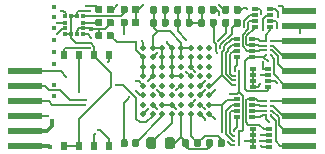
<source format=gbr>
G04 #@! TF.GenerationSoftware,KiCad,Pcbnew,(5.1.5-0-10_14)*
G04 #@! TF.CreationDate,2020-09-24T10:17:21-04:00*
G04 #@! TF.ProjectId,ESLO_RB,45534c4f-5f52-4422-9e6b-696361645f70,rev?*
G04 #@! TF.SameCoordinates,Original*
G04 #@! TF.FileFunction,Copper,L4,Bot*
G04 #@! TF.FilePolarity,Positive*
%FSLAX46Y46*%
G04 Gerber Fmt 4.6, Leading zero omitted, Abs format (unit mm)*
G04 Created by KiCad (PCBNEW (5.1.5-0-10_14)) date 2020-09-24 10:17:21*
%MOMM*%
%LPD*%
G04 APERTURE LIST*
%ADD10C,0.100000*%
%ADD11R,0.560000X0.300000*%
%ADD12R,0.150000X0.220000*%
%ADD13R,3.000000X0.600000*%
%ADD14R,0.500000X0.650000*%
%ADD15R,0.375000X0.350000*%
%ADD16R,0.350000X0.375000*%
%ADD17C,0.500000*%
%ADD18C,0.450000*%
%ADD19C,0.254000*%
%ADD20C,0.300000*%
%ADD21C,0.150000*%
G04 APERTURE END LIST*
G04 #@! TA.AperFunction,SMDPad,CuDef*
D10*
G36*
X138381958Y-90105710D02*
G01*
X138396276Y-90107834D01*
X138410317Y-90111351D01*
X138423946Y-90116228D01*
X138437031Y-90122417D01*
X138449447Y-90129858D01*
X138461073Y-90138481D01*
X138471798Y-90148202D01*
X138481519Y-90158927D01*
X138490142Y-90170553D01*
X138497583Y-90182969D01*
X138503772Y-90196054D01*
X138508649Y-90209683D01*
X138512166Y-90223724D01*
X138514290Y-90238042D01*
X138515000Y-90252500D01*
X138515000Y-90597500D01*
X138514290Y-90611958D01*
X138512166Y-90626276D01*
X138508649Y-90640317D01*
X138503772Y-90653946D01*
X138497583Y-90667031D01*
X138490142Y-90679447D01*
X138481519Y-90691073D01*
X138471798Y-90701798D01*
X138461073Y-90711519D01*
X138449447Y-90720142D01*
X138437031Y-90727583D01*
X138423946Y-90733772D01*
X138410317Y-90738649D01*
X138396276Y-90742166D01*
X138381958Y-90744290D01*
X138367500Y-90745000D01*
X138072500Y-90745000D01*
X138058042Y-90744290D01*
X138043724Y-90742166D01*
X138029683Y-90738649D01*
X138016054Y-90733772D01*
X138002969Y-90727583D01*
X137990553Y-90720142D01*
X137978927Y-90711519D01*
X137968202Y-90701798D01*
X137958481Y-90691073D01*
X137949858Y-90679447D01*
X137942417Y-90667031D01*
X137936228Y-90653946D01*
X137931351Y-90640317D01*
X137927834Y-90626276D01*
X137925710Y-90611958D01*
X137925000Y-90597500D01*
X137925000Y-90252500D01*
X137925710Y-90238042D01*
X137927834Y-90223724D01*
X137931351Y-90209683D01*
X137936228Y-90196054D01*
X137942417Y-90182969D01*
X137949858Y-90170553D01*
X137958481Y-90158927D01*
X137968202Y-90148202D01*
X137978927Y-90138481D01*
X137990553Y-90129858D01*
X138002969Y-90122417D01*
X138016054Y-90116228D01*
X138029683Y-90111351D01*
X138043724Y-90107834D01*
X138058042Y-90105710D01*
X138072500Y-90105000D01*
X138367500Y-90105000D01*
X138381958Y-90105710D01*
G37*
G04 #@! TD.AperFunction*
G04 #@! TA.AperFunction,SMDPad,CuDef*
G36*
X137411958Y-90105710D02*
G01*
X137426276Y-90107834D01*
X137440317Y-90111351D01*
X137453946Y-90116228D01*
X137467031Y-90122417D01*
X137479447Y-90129858D01*
X137491073Y-90138481D01*
X137501798Y-90148202D01*
X137511519Y-90158927D01*
X137520142Y-90170553D01*
X137527583Y-90182969D01*
X137533772Y-90196054D01*
X137538649Y-90209683D01*
X137542166Y-90223724D01*
X137544290Y-90238042D01*
X137545000Y-90252500D01*
X137545000Y-90597500D01*
X137544290Y-90611958D01*
X137542166Y-90626276D01*
X137538649Y-90640317D01*
X137533772Y-90653946D01*
X137527583Y-90667031D01*
X137520142Y-90679447D01*
X137511519Y-90691073D01*
X137501798Y-90701798D01*
X137491073Y-90711519D01*
X137479447Y-90720142D01*
X137467031Y-90727583D01*
X137453946Y-90733772D01*
X137440317Y-90738649D01*
X137426276Y-90742166D01*
X137411958Y-90744290D01*
X137397500Y-90745000D01*
X137102500Y-90745000D01*
X137088042Y-90744290D01*
X137073724Y-90742166D01*
X137059683Y-90738649D01*
X137046054Y-90733772D01*
X137032969Y-90727583D01*
X137020553Y-90720142D01*
X137008927Y-90711519D01*
X136998202Y-90701798D01*
X136988481Y-90691073D01*
X136979858Y-90679447D01*
X136972417Y-90667031D01*
X136966228Y-90653946D01*
X136961351Y-90640317D01*
X136957834Y-90626276D01*
X136955710Y-90611958D01*
X136955000Y-90597500D01*
X136955000Y-90252500D01*
X136955710Y-90238042D01*
X136957834Y-90223724D01*
X136961351Y-90209683D01*
X136966228Y-90196054D01*
X136972417Y-90182969D01*
X136979858Y-90170553D01*
X136988481Y-90158927D01*
X136998202Y-90148202D01*
X137008927Y-90138481D01*
X137020553Y-90129858D01*
X137032969Y-90122417D01*
X137046054Y-90116228D01*
X137059683Y-90111351D01*
X137073724Y-90107834D01*
X137088042Y-90105710D01*
X137102500Y-90105000D01*
X137397500Y-90105000D01*
X137411958Y-90105710D01*
G37*
G04 #@! TD.AperFunction*
G04 #@! TA.AperFunction,SMDPad,CuDef*
G36*
X138381958Y-91205710D02*
G01*
X138396276Y-91207834D01*
X138410317Y-91211351D01*
X138423946Y-91216228D01*
X138437031Y-91222417D01*
X138449447Y-91229858D01*
X138461073Y-91238481D01*
X138471798Y-91248202D01*
X138481519Y-91258927D01*
X138490142Y-91270553D01*
X138497583Y-91282969D01*
X138503772Y-91296054D01*
X138508649Y-91309683D01*
X138512166Y-91323724D01*
X138514290Y-91338042D01*
X138515000Y-91352500D01*
X138515000Y-91697500D01*
X138514290Y-91711958D01*
X138512166Y-91726276D01*
X138508649Y-91740317D01*
X138503772Y-91753946D01*
X138497583Y-91767031D01*
X138490142Y-91779447D01*
X138481519Y-91791073D01*
X138471798Y-91801798D01*
X138461073Y-91811519D01*
X138449447Y-91820142D01*
X138437031Y-91827583D01*
X138423946Y-91833772D01*
X138410317Y-91838649D01*
X138396276Y-91842166D01*
X138381958Y-91844290D01*
X138367500Y-91845000D01*
X138072500Y-91845000D01*
X138058042Y-91844290D01*
X138043724Y-91842166D01*
X138029683Y-91838649D01*
X138016054Y-91833772D01*
X138002969Y-91827583D01*
X137990553Y-91820142D01*
X137978927Y-91811519D01*
X137968202Y-91801798D01*
X137958481Y-91791073D01*
X137949858Y-91779447D01*
X137942417Y-91767031D01*
X137936228Y-91753946D01*
X137931351Y-91740317D01*
X137927834Y-91726276D01*
X137925710Y-91711958D01*
X137925000Y-91697500D01*
X137925000Y-91352500D01*
X137925710Y-91338042D01*
X137927834Y-91323724D01*
X137931351Y-91309683D01*
X137936228Y-91296054D01*
X137942417Y-91282969D01*
X137949858Y-91270553D01*
X137958481Y-91258927D01*
X137968202Y-91248202D01*
X137978927Y-91238481D01*
X137990553Y-91229858D01*
X138002969Y-91222417D01*
X138016054Y-91216228D01*
X138029683Y-91211351D01*
X138043724Y-91207834D01*
X138058042Y-91205710D01*
X138072500Y-91205000D01*
X138367500Y-91205000D01*
X138381958Y-91205710D01*
G37*
G04 #@! TD.AperFunction*
G04 #@! TA.AperFunction,SMDPad,CuDef*
G36*
X137411958Y-91205710D02*
G01*
X137426276Y-91207834D01*
X137440317Y-91211351D01*
X137453946Y-91216228D01*
X137467031Y-91222417D01*
X137479447Y-91229858D01*
X137491073Y-91238481D01*
X137501798Y-91248202D01*
X137511519Y-91258927D01*
X137520142Y-91270553D01*
X137527583Y-91282969D01*
X137533772Y-91296054D01*
X137538649Y-91309683D01*
X137542166Y-91323724D01*
X137544290Y-91338042D01*
X137545000Y-91352500D01*
X137545000Y-91697500D01*
X137544290Y-91711958D01*
X137542166Y-91726276D01*
X137538649Y-91740317D01*
X137533772Y-91753946D01*
X137527583Y-91767031D01*
X137520142Y-91779447D01*
X137511519Y-91791073D01*
X137501798Y-91801798D01*
X137491073Y-91811519D01*
X137479447Y-91820142D01*
X137467031Y-91827583D01*
X137453946Y-91833772D01*
X137440317Y-91838649D01*
X137426276Y-91842166D01*
X137411958Y-91844290D01*
X137397500Y-91845000D01*
X137102500Y-91845000D01*
X137088042Y-91844290D01*
X137073724Y-91842166D01*
X137059683Y-91838649D01*
X137046054Y-91833772D01*
X137032969Y-91827583D01*
X137020553Y-91820142D01*
X137008927Y-91811519D01*
X136998202Y-91801798D01*
X136988481Y-91791073D01*
X136979858Y-91779447D01*
X136972417Y-91767031D01*
X136966228Y-91753946D01*
X136961351Y-91740317D01*
X136957834Y-91726276D01*
X136955710Y-91711958D01*
X136955000Y-91697500D01*
X136955000Y-91352500D01*
X136955710Y-91338042D01*
X136957834Y-91323724D01*
X136961351Y-91309683D01*
X136966228Y-91296054D01*
X136972417Y-91282969D01*
X136979858Y-91270553D01*
X136988481Y-91258927D01*
X136998202Y-91248202D01*
X137008927Y-91238481D01*
X137020553Y-91229858D01*
X137032969Y-91222417D01*
X137046054Y-91216228D01*
X137059683Y-91211351D01*
X137073724Y-91207834D01*
X137088042Y-91205710D01*
X137102500Y-91205000D01*
X137397500Y-91205000D01*
X137411958Y-91205710D01*
G37*
G04 #@! TD.AperFunction*
D11*
X145800000Y-90350000D03*
X147120000Y-90350000D03*
X145800000Y-90850000D03*
X147120000Y-90850000D03*
X145800000Y-91350000D03*
X147120000Y-91350000D03*
X145800000Y-91850000D03*
X147120000Y-91850000D03*
D12*
X144075000Y-100700000D03*
X144475000Y-100700000D03*
X144075000Y-101100000D03*
X144475000Y-101100000D03*
X144075000Y-101500000D03*
X144475000Y-101500000D03*
X144075000Y-101900000D03*
X144475000Y-101900000D03*
X147150000Y-99350000D03*
X146750000Y-99350000D03*
X147150000Y-98950000D03*
X146750000Y-98950000D03*
X147150000Y-98550000D03*
X146750000Y-98550000D03*
X147150000Y-98150000D03*
X146750000Y-98150000D03*
X144100000Y-95600000D03*
X144500000Y-95600000D03*
X144100000Y-96000000D03*
X144500000Y-96000000D03*
X144100000Y-96400000D03*
X144500000Y-96400000D03*
X144100000Y-96800000D03*
X144500000Y-96800000D03*
X147150000Y-94250000D03*
X146750000Y-94250000D03*
X147150000Y-93850000D03*
X146750000Y-93850000D03*
X147150000Y-93450000D03*
X146750000Y-93450000D03*
X147150000Y-93050000D03*
X146750000Y-93050000D03*
D11*
X145595000Y-99500000D03*
X144275000Y-99500000D03*
X145595000Y-99000000D03*
X144275000Y-99000000D03*
X145595000Y-98500000D03*
X144275000Y-98500000D03*
X145595000Y-98000000D03*
X144275000Y-98000000D03*
X146985000Y-102050000D03*
X145665000Y-102050000D03*
X146985000Y-101550000D03*
X145665000Y-101550000D03*
X146985000Y-101050000D03*
X145665000Y-101050000D03*
X146985000Y-100550000D03*
X145665000Y-100550000D03*
X145600000Y-94400000D03*
X144280000Y-94400000D03*
X145600000Y-93900000D03*
X144280000Y-93900000D03*
X145600000Y-93400000D03*
X144280000Y-93400000D03*
X145600000Y-92900000D03*
X144280000Y-92900000D03*
X146960000Y-96950000D03*
X145640000Y-96950000D03*
X146960000Y-96450000D03*
X145640000Y-96450000D03*
X146960000Y-95950000D03*
X145640000Y-95950000D03*
X146960000Y-95450000D03*
X145640000Y-95450000D03*
G04 #@! TA.AperFunction,SMDPad,CuDef*
D10*
G36*
X143526958Y-91205710D02*
G01*
X143541276Y-91207834D01*
X143555317Y-91211351D01*
X143568946Y-91216228D01*
X143582031Y-91222417D01*
X143594447Y-91229858D01*
X143606073Y-91238481D01*
X143616798Y-91248202D01*
X143626519Y-91258927D01*
X143635142Y-91270553D01*
X143642583Y-91282969D01*
X143648772Y-91296054D01*
X143653649Y-91309683D01*
X143657166Y-91323724D01*
X143659290Y-91338042D01*
X143660000Y-91352500D01*
X143660000Y-91697500D01*
X143659290Y-91711958D01*
X143657166Y-91726276D01*
X143653649Y-91740317D01*
X143648772Y-91753946D01*
X143642583Y-91767031D01*
X143635142Y-91779447D01*
X143626519Y-91791073D01*
X143616798Y-91801798D01*
X143606073Y-91811519D01*
X143594447Y-91820142D01*
X143582031Y-91827583D01*
X143568946Y-91833772D01*
X143555317Y-91838649D01*
X143541276Y-91842166D01*
X143526958Y-91844290D01*
X143512500Y-91845000D01*
X143217500Y-91845000D01*
X143203042Y-91844290D01*
X143188724Y-91842166D01*
X143174683Y-91838649D01*
X143161054Y-91833772D01*
X143147969Y-91827583D01*
X143135553Y-91820142D01*
X143123927Y-91811519D01*
X143113202Y-91801798D01*
X143103481Y-91791073D01*
X143094858Y-91779447D01*
X143087417Y-91767031D01*
X143081228Y-91753946D01*
X143076351Y-91740317D01*
X143072834Y-91726276D01*
X143070710Y-91711958D01*
X143070000Y-91697500D01*
X143070000Y-91352500D01*
X143070710Y-91338042D01*
X143072834Y-91323724D01*
X143076351Y-91309683D01*
X143081228Y-91296054D01*
X143087417Y-91282969D01*
X143094858Y-91270553D01*
X143103481Y-91258927D01*
X143113202Y-91248202D01*
X143123927Y-91238481D01*
X143135553Y-91229858D01*
X143147969Y-91222417D01*
X143161054Y-91216228D01*
X143174683Y-91211351D01*
X143188724Y-91207834D01*
X143203042Y-91205710D01*
X143217500Y-91205000D01*
X143512500Y-91205000D01*
X143526958Y-91205710D01*
G37*
G04 #@! TD.AperFunction*
G04 #@! TA.AperFunction,SMDPad,CuDef*
G36*
X144496958Y-91205710D02*
G01*
X144511276Y-91207834D01*
X144525317Y-91211351D01*
X144538946Y-91216228D01*
X144552031Y-91222417D01*
X144564447Y-91229858D01*
X144576073Y-91238481D01*
X144586798Y-91248202D01*
X144596519Y-91258927D01*
X144605142Y-91270553D01*
X144612583Y-91282969D01*
X144618772Y-91296054D01*
X144623649Y-91309683D01*
X144627166Y-91323724D01*
X144629290Y-91338042D01*
X144630000Y-91352500D01*
X144630000Y-91697500D01*
X144629290Y-91711958D01*
X144627166Y-91726276D01*
X144623649Y-91740317D01*
X144618772Y-91753946D01*
X144612583Y-91767031D01*
X144605142Y-91779447D01*
X144596519Y-91791073D01*
X144586798Y-91801798D01*
X144576073Y-91811519D01*
X144564447Y-91820142D01*
X144552031Y-91827583D01*
X144538946Y-91833772D01*
X144525317Y-91838649D01*
X144511276Y-91842166D01*
X144496958Y-91844290D01*
X144482500Y-91845000D01*
X144187500Y-91845000D01*
X144173042Y-91844290D01*
X144158724Y-91842166D01*
X144144683Y-91838649D01*
X144131054Y-91833772D01*
X144117969Y-91827583D01*
X144105553Y-91820142D01*
X144093927Y-91811519D01*
X144083202Y-91801798D01*
X144073481Y-91791073D01*
X144064858Y-91779447D01*
X144057417Y-91767031D01*
X144051228Y-91753946D01*
X144046351Y-91740317D01*
X144042834Y-91726276D01*
X144040710Y-91711958D01*
X144040000Y-91697500D01*
X144040000Y-91352500D01*
X144040710Y-91338042D01*
X144042834Y-91323724D01*
X144046351Y-91309683D01*
X144051228Y-91296054D01*
X144057417Y-91282969D01*
X144064858Y-91270553D01*
X144073481Y-91258927D01*
X144083202Y-91248202D01*
X144093927Y-91238481D01*
X144105553Y-91229858D01*
X144117969Y-91222417D01*
X144131054Y-91216228D01*
X144144683Y-91211351D01*
X144158724Y-91207834D01*
X144173042Y-91205710D01*
X144187500Y-91205000D01*
X144482500Y-91205000D01*
X144496958Y-91205710D01*
G37*
G04 #@! TD.AperFunction*
D13*
X149600000Y-90485000D03*
X149600000Y-91755000D03*
X149600000Y-93025000D03*
X149600000Y-94295000D03*
X149600000Y-95565000D03*
X149600000Y-96835000D03*
X149600000Y-98105000D03*
X149600000Y-99375000D03*
X149600000Y-100645000D03*
X149600000Y-101915000D03*
X126400000Y-95625000D03*
X126400000Y-96895000D03*
X126400000Y-98165000D03*
X126400000Y-99435000D03*
X126400000Y-100705000D03*
X126400000Y-101975000D03*
D14*
X133505000Y-94225000D03*
X133505000Y-101975000D03*
X132235000Y-94225000D03*
X132235000Y-101975000D03*
X130965000Y-94225000D03*
X130965000Y-101975000D03*
X129695000Y-94225000D03*
X129695000Y-101975000D03*
D15*
X129775000Y-91500000D03*
X129775000Y-92000000D03*
X131300000Y-92000000D03*
X131300000Y-91500000D03*
D16*
X129787500Y-92512500D03*
X129787500Y-90987500D03*
X131287500Y-92512500D03*
X131287500Y-90987500D03*
X130787500Y-92512500D03*
X130287500Y-92512500D03*
X130787500Y-90987500D03*
X130287500Y-90987500D03*
D17*
X136375000Y-99250000D03*
X136375000Y-98450000D03*
X136375000Y-97650000D03*
X136375000Y-96850000D03*
X136375000Y-96050000D03*
X136375000Y-95250000D03*
X136375000Y-94450000D03*
X136375000Y-93650000D03*
X137175000Y-99250000D03*
X137175000Y-98450000D03*
X137175000Y-97650000D03*
X137175000Y-96850000D03*
X137175000Y-96050000D03*
X137175000Y-95250000D03*
X137175000Y-94450000D03*
X137175000Y-93650000D03*
X137975000Y-99250000D03*
X137975000Y-98450000D03*
X137975000Y-97650000D03*
X137975000Y-96850000D03*
X137975000Y-96050000D03*
X137975000Y-95250000D03*
X137975000Y-94450000D03*
X137975000Y-93650000D03*
X138775000Y-99250000D03*
X138775000Y-98450000D03*
X138775000Y-97650000D03*
X138775000Y-96850000D03*
X138775000Y-96050000D03*
X138775000Y-95250000D03*
X138775000Y-94450000D03*
X138775000Y-93650000D03*
X139575000Y-99250000D03*
X139575000Y-98450000D03*
X139575000Y-97650000D03*
X139575000Y-96850000D03*
X139575000Y-96050000D03*
X139575000Y-95250000D03*
X139575000Y-94450000D03*
X139575000Y-93650000D03*
X140375000Y-99250000D03*
X140375000Y-98450000D03*
X140375000Y-97650000D03*
X140375000Y-96850000D03*
X140375000Y-96050000D03*
X140375000Y-95250000D03*
X140375000Y-94450000D03*
X140375000Y-93650000D03*
X141175000Y-99250000D03*
X141175000Y-98450000D03*
X141175000Y-97650000D03*
X141175000Y-96850000D03*
X141175000Y-96050000D03*
X141175000Y-95250000D03*
X141175000Y-94450000D03*
X141175000Y-93650000D03*
X141975000Y-99250000D03*
X141975000Y-98450000D03*
X141975000Y-97650000D03*
X141975000Y-96850000D03*
X141975000Y-96050000D03*
X141975000Y-95250000D03*
X141975000Y-94450000D03*
X141975000Y-93650000D03*
G04 #@! TA.AperFunction,SMDPad,CuDef*
D10*
G36*
X144496958Y-90105710D02*
G01*
X144511276Y-90107834D01*
X144525317Y-90111351D01*
X144538946Y-90116228D01*
X144552031Y-90122417D01*
X144564447Y-90129858D01*
X144576073Y-90138481D01*
X144586798Y-90148202D01*
X144596519Y-90158927D01*
X144605142Y-90170553D01*
X144612583Y-90182969D01*
X144618772Y-90196054D01*
X144623649Y-90209683D01*
X144627166Y-90223724D01*
X144629290Y-90238042D01*
X144630000Y-90252500D01*
X144630000Y-90597500D01*
X144629290Y-90611958D01*
X144627166Y-90626276D01*
X144623649Y-90640317D01*
X144618772Y-90653946D01*
X144612583Y-90667031D01*
X144605142Y-90679447D01*
X144596519Y-90691073D01*
X144586798Y-90701798D01*
X144576073Y-90711519D01*
X144564447Y-90720142D01*
X144552031Y-90727583D01*
X144538946Y-90733772D01*
X144525317Y-90738649D01*
X144511276Y-90742166D01*
X144496958Y-90744290D01*
X144482500Y-90745000D01*
X144187500Y-90745000D01*
X144173042Y-90744290D01*
X144158724Y-90742166D01*
X144144683Y-90738649D01*
X144131054Y-90733772D01*
X144117969Y-90727583D01*
X144105553Y-90720142D01*
X144093927Y-90711519D01*
X144083202Y-90701798D01*
X144073481Y-90691073D01*
X144064858Y-90679447D01*
X144057417Y-90667031D01*
X144051228Y-90653946D01*
X144046351Y-90640317D01*
X144042834Y-90626276D01*
X144040710Y-90611958D01*
X144040000Y-90597500D01*
X144040000Y-90252500D01*
X144040710Y-90238042D01*
X144042834Y-90223724D01*
X144046351Y-90209683D01*
X144051228Y-90196054D01*
X144057417Y-90182969D01*
X144064858Y-90170553D01*
X144073481Y-90158927D01*
X144083202Y-90148202D01*
X144093927Y-90138481D01*
X144105553Y-90129858D01*
X144117969Y-90122417D01*
X144131054Y-90116228D01*
X144144683Y-90111351D01*
X144158724Y-90107834D01*
X144173042Y-90105710D01*
X144187500Y-90105000D01*
X144482500Y-90105000D01*
X144496958Y-90105710D01*
G37*
G04 #@! TD.AperFunction*
G04 #@! TA.AperFunction,SMDPad,CuDef*
G36*
X143526958Y-90105710D02*
G01*
X143541276Y-90107834D01*
X143555317Y-90111351D01*
X143568946Y-90116228D01*
X143582031Y-90122417D01*
X143594447Y-90129858D01*
X143606073Y-90138481D01*
X143616798Y-90148202D01*
X143626519Y-90158927D01*
X143635142Y-90170553D01*
X143642583Y-90182969D01*
X143648772Y-90196054D01*
X143653649Y-90209683D01*
X143657166Y-90223724D01*
X143659290Y-90238042D01*
X143660000Y-90252500D01*
X143660000Y-90597500D01*
X143659290Y-90611958D01*
X143657166Y-90626276D01*
X143653649Y-90640317D01*
X143648772Y-90653946D01*
X143642583Y-90667031D01*
X143635142Y-90679447D01*
X143626519Y-90691073D01*
X143616798Y-90701798D01*
X143606073Y-90711519D01*
X143594447Y-90720142D01*
X143582031Y-90727583D01*
X143568946Y-90733772D01*
X143555317Y-90738649D01*
X143541276Y-90742166D01*
X143526958Y-90744290D01*
X143512500Y-90745000D01*
X143217500Y-90745000D01*
X143203042Y-90744290D01*
X143188724Y-90742166D01*
X143174683Y-90738649D01*
X143161054Y-90733772D01*
X143147969Y-90727583D01*
X143135553Y-90720142D01*
X143123927Y-90711519D01*
X143113202Y-90701798D01*
X143103481Y-90691073D01*
X143094858Y-90679447D01*
X143087417Y-90667031D01*
X143081228Y-90653946D01*
X143076351Y-90640317D01*
X143072834Y-90626276D01*
X143070710Y-90611958D01*
X143070000Y-90597500D01*
X143070000Y-90252500D01*
X143070710Y-90238042D01*
X143072834Y-90223724D01*
X143076351Y-90209683D01*
X143081228Y-90196054D01*
X143087417Y-90182969D01*
X143094858Y-90170553D01*
X143103481Y-90158927D01*
X143113202Y-90148202D01*
X143123927Y-90138481D01*
X143135553Y-90129858D01*
X143147969Y-90122417D01*
X143161054Y-90116228D01*
X143174683Y-90111351D01*
X143188724Y-90107834D01*
X143203042Y-90105710D01*
X143217500Y-90105000D01*
X143512500Y-90105000D01*
X143526958Y-90105710D01*
G37*
G04 #@! TD.AperFunction*
G04 #@! TA.AperFunction,SMDPad,CuDef*
G36*
X134911958Y-91180710D02*
G01*
X134926276Y-91182834D01*
X134940317Y-91186351D01*
X134953946Y-91191228D01*
X134967031Y-91197417D01*
X134979447Y-91204858D01*
X134991073Y-91213481D01*
X135001798Y-91223202D01*
X135011519Y-91233927D01*
X135020142Y-91245553D01*
X135027583Y-91257969D01*
X135033772Y-91271054D01*
X135038649Y-91284683D01*
X135042166Y-91298724D01*
X135044290Y-91313042D01*
X135045000Y-91327500D01*
X135045000Y-91672500D01*
X135044290Y-91686958D01*
X135042166Y-91701276D01*
X135038649Y-91715317D01*
X135033772Y-91728946D01*
X135027583Y-91742031D01*
X135020142Y-91754447D01*
X135011519Y-91766073D01*
X135001798Y-91776798D01*
X134991073Y-91786519D01*
X134979447Y-91795142D01*
X134967031Y-91802583D01*
X134953946Y-91808772D01*
X134940317Y-91813649D01*
X134926276Y-91817166D01*
X134911958Y-91819290D01*
X134897500Y-91820000D01*
X134602500Y-91820000D01*
X134588042Y-91819290D01*
X134573724Y-91817166D01*
X134559683Y-91813649D01*
X134546054Y-91808772D01*
X134532969Y-91802583D01*
X134520553Y-91795142D01*
X134508927Y-91786519D01*
X134498202Y-91776798D01*
X134488481Y-91766073D01*
X134479858Y-91754447D01*
X134472417Y-91742031D01*
X134466228Y-91728946D01*
X134461351Y-91715317D01*
X134457834Y-91701276D01*
X134455710Y-91686958D01*
X134455000Y-91672500D01*
X134455000Y-91327500D01*
X134455710Y-91313042D01*
X134457834Y-91298724D01*
X134461351Y-91284683D01*
X134466228Y-91271054D01*
X134472417Y-91257969D01*
X134479858Y-91245553D01*
X134488481Y-91233927D01*
X134498202Y-91223202D01*
X134508927Y-91213481D01*
X134520553Y-91204858D01*
X134532969Y-91197417D01*
X134546054Y-91191228D01*
X134559683Y-91186351D01*
X134573724Y-91182834D01*
X134588042Y-91180710D01*
X134602500Y-91180000D01*
X134897500Y-91180000D01*
X134911958Y-91180710D01*
G37*
G04 #@! TD.AperFunction*
G04 #@! TA.AperFunction,SMDPad,CuDef*
G36*
X135881958Y-91180710D02*
G01*
X135896276Y-91182834D01*
X135910317Y-91186351D01*
X135923946Y-91191228D01*
X135937031Y-91197417D01*
X135949447Y-91204858D01*
X135961073Y-91213481D01*
X135971798Y-91223202D01*
X135981519Y-91233927D01*
X135990142Y-91245553D01*
X135997583Y-91257969D01*
X136003772Y-91271054D01*
X136008649Y-91284683D01*
X136012166Y-91298724D01*
X136014290Y-91313042D01*
X136015000Y-91327500D01*
X136015000Y-91672500D01*
X136014290Y-91686958D01*
X136012166Y-91701276D01*
X136008649Y-91715317D01*
X136003772Y-91728946D01*
X135997583Y-91742031D01*
X135990142Y-91754447D01*
X135981519Y-91766073D01*
X135971798Y-91776798D01*
X135961073Y-91786519D01*
X135949447Y-91795142D01*
X135937031Y-91802583D01*
X135923946Y-91808772D01*
X135910317Y-91813649D01*
X135896276Y-91817166D01*
X135881958Y-91819290D01*
X135867500Y-91820000D01*
X135572500Y-91820000D01*
X135558042Y-91819290D01*
X135543724Y-91817166D01*
X135529683Y-91813649D01*
X135516054Y-91808772D01*
X135502969Y-91802583D01*
X135490553Y-91795142D01*
X135478927Y-91786519D01*
X135468202Y-91776798D01*
X135458481Y-91766073D01*
X135449858Y-91754447D01*
X135442417Y-91742031D01*
X135436228Y-91728946D01*
X135431351Y-91715317D01*
X135427834Y-91701276D01*
X135425710Y-91686958D01*
X135425000Y-91672500D01*
X135425000Y-91327500D01*
X135425710Y-91313042D01*
X135427834Y-91298724D01*
X135431351Y-91284683D01*
X135436228Y-91271054D01*
X135442417Y-91257969D01*
X135449858Y-91245553D01*
X135458481Y-91233927D01*
X135468202Y-91223202D01*
X135478927Y-91213481D01*
X135490553Y-91204858D01*
X135502969Y-91197417D01*
X135516054Y-91191228D01*
X135529683Y-91186351D01*
X135543724Y-91182834D01*
X135558042Y-91180710D01*
X135572500Y-91180000D01*
X135867500Y-91180000D01*
X135881958Y-91180710D01*
G37*
G04 #@! TD.AperFunction*
G04 #@! TA.AperFunction,SMDPad,CuDef*
G36*
X134911958Y-90080710D02*
G01*
X134926276Y-90082834D01*
X134940317Y-90086351D01*
X134953946Y-90091228D01*
X134967031Y-90097417D01*
X134979447Y-90104858D01*
X134991073Y-90113481D01*
X135001798Y-90123202D01*
X135011519Y-90133927D01*
X135020142Y-90145553D01*
X135027583Y-90157969D01*
X135033772Y-90171054D01*
X135038649Y-90184683D01*
X135042166Y-90198724D01*
X135044290Y-90213042D01*
X135045000Y-90227500D01*
X135045000Y-90572500D01*
X135044290Y-90586958D01*
X135042166Y-90601276D01*
X135038649Y-90615317D01*
X135033772Y-90628946D01*
X135027583Y-90642031D01*
X135020142Y-90654447D01*
X135011519Y-90666073D01*
X135001798Y-90676798D01*
X134991073Y-90686519D01*
X134979447Y-90695142D01*
X134967031Y-90702583D01*
X134953946Y-90708772D01*
X134940317Y-90713649D01*
X134926276Y-90717166D01*
X134911958Y-90719290D01*
X134897500Y-90720000D01*
X134602500Y-90720000D01*
X134588042Y-90719290D01*
X134573724Y-90717166D01*
X134559683Y-90713649D01*
X134546054Y-90708772D01*
X134532969Y-90702583D01*
X134520553Y-90695142D01*
X134508927Y-90686519D01*
X134498202Y-90676798D01*
X134488481Y-90666073D01*
X134479858Y-90654447D01*
X134472417Y-90642031D01*
X134466228Y-90628946D01*
X134461351Y-90615317D01*
X134457834Y-90601276D01*
X134455710Y-90586958D01*
X134455000Y-90572500D01*
X134455000Y-90227500D01*
X134455710Y-90213042D01*
X134457834Y-90198724D01*
X134461351Y-90184683D01*
X134466228Y-90171054D01*
X134472417Y-90157969D01*
X134479858Y-90145553D01*
X134488481Y-90133927D01*
X134498202Y-90123202D01*
X134508927Y-90113481D01*
X134520553Y-90104858D01*
X134532969Y-90097417D01*
X134546054Y-90091228D01*
X134559683Y-90086351D01*
X134573724Y-90082834D01*
X134588042Y-90080710D01*
X134602500Y-90080000D01*
X134897500Y-90080000D01*
X134911958Y-90080710D01*
G37*
G04 #@! TD.AperFunction*
G04 #@! TA.AperFunction,SMDPad,CuDef*
G36*
X135881958Y-90080710D02*
G01*
X135896276Y-90082834D01*
X135910317Y-90086351D01*
X135923946Y-90091228D01*
X135937031Y-90097417D01*
X135949447Y-90104858D01*
X135961073Y-90113481D01*
X135971798Y-90123202D01*
X135981519Y-90133927D01*
X135990142Y-90145553D01*
X135997583Y-90157969D01*
X136003772Y-90171054D01*
X136008649Y-90184683D01*
X136012166Y-90198724D01*
X136014290Y-90213042D01*
X136015000Y-90227500D01*
X136015000Y-90572500D01*
X136014290Y-90586958D01*
X136012166Y-90601276D01*
X136008649Y-90615317D01*
X136003772Y-90628946D01*
X135997583Y-90642031D01*
X135990142Y-90654447D01*
X135981519Y-90666073D01*
X135971798Y-90676798D01*
X135961073Y-90686519D01*
X135949447Y-90695142D01*
X135937031Y-90702583D01*
X135923946Y-90708772D01*
X135910317Y-90713649D01*
X135896276Y-90717166D01*
X135881958Y-90719290D01*
X135867500Y-90720000D01*
X135572500Y-90720000D01*
X135558042Y-90719290D01*
X135543724Y-90717166D01*
X135529683Y-90713649D01*
X135516054Y-90708772D01*
X135502969Y-90702583D01*
X135490553Y-90695142D01*
X135478927Y-90686519D01*
X135468202Y-90676798D01*
X135458481Y-90666073D01*
X135449858Y-90654447D01*
X135442417Y-90642031D01*
X135436228Y-90628946D01*
X135431351Y-90615317D01*
X135427834Y-90601276D01*
X135425710Y-90586958D01*
X135425000Y-90572500D01*
X135425000Y-90227500D01*
X135425710Y-90213042D01*
X135427834Y-90198724D01*
X135431351Y-90184683D01*
X135436228Y-90171054D01*
X135442417Y-90157969D01*
X135449858Y-90145553D01*
X135458481Y-90133927D01*
X135468202Y-90123202D01*
X135478927Y-90113481D01*
X135490553Y-90104858D01*
X135502969Y-90097417D01*
X135516054Y-90091228D01*
X135529683Y-90086351D01*
X135543724Y-90082834D01*
X135558042Y-90080710D01*
X135572500Y-90080000D01*
X135867500Y-90080000D01*
X135881958Y-90080710D01*
G37*
G04 #@! TD.AperFunction*
G04 #@! TA.AperFunction,SMDPad,CuDef*
G36*
X141476958Y-91205710D02*
G01*
X141491276Y-91207834D01*
X141505317Y-91211351D01*
X141518946Y-91216228D01*
X141532031Y-91222417D01*
X141544447Y-91229858D01*
X141556073Y-91238481D01*
X141566798Y-91248202D01*
X141576519Y-91258927D01*
X141585142Y-91270553D01*
X141592583Y-91282969D01*
X141598772Y-91296054D01*
X141603649Y-91309683D01*
X141607166Y-91323724D01*
X141609290Y-91338042D01*
X141610000Y-91352500D01*
X141610000Y-91697500D01*
X141609290Y-91711958D01*
X141607166Y-91726276D01*
X141603649Y-91740317D01*
X141598772Y-91753946D01*
X141592583Y-91767031D01*
X141585142Y-91779447D01*
X141576519Y-91791073D01*
X141566798Y-91801798D01*
X141556073Y-91811519D01*
X141544447Y-91820142D01*
X141532031Y-91827583D01*
X141518946Y-91833772D01*
X141505317Y-91838649D01*
X141491276Y-91842166D01*
X141476958Y-91844290D01*
X141462500Y-91845000D01*
X141167500Y-91845000D01*
X141153042Y-91844290D01*
X141138724Y-91842166D01*
X141124683Y-91838649D01*
X141111054Y-91833772D01*
X141097969Y-91827583D01*
X141085553Y-91820142D01*
X141073927Y-91811519D01*
X141063202Y-91801798D01*
X141053481Y-91791073D01*
X141044858Y-91779447D01*
X141037417Y-91767031D01*
X141031228Y-91753946D01*
X141026351Y-91740317D01*
X141022834Y-91726276D01*
X141020710Y-91711958D01*
X141020000Y-91697500D01*
X141020000Y-91352500D01*
X141020710Y-91338042D01*
X141022834Y-91323724D01*
X141026351Y-91309683D01*
X141031228Y-91296054D01*
X141037417Y-91282969D01*
X141044858Y-91270553D01*
X141053481Y-91258927D01*
X141063202Y-91248202D01*
X141073927Y-91238481D01*
X141085553Y-91229858D01*
X141097969Y-91222417D01*
X141111054Y-91216228D01*
X141124683Y-91211351D01*
X141138724Y-91207834D01*
X141153042Y-91205710D01*
X141167500Y-91205000D01*
X141462500Y-91205000D01*
X141476958Y-91205710D01*
G37*
G04 #@! TD.AperFunction*
G04 #@! TA.AperFunction,SMDPad,CuDef*
G36*
X142446958Y-91205710D02*
G01*
X142461276Y-91207834D01*
X142475317Y-91211351D01*
X142488946Y-91216228D01*
X142502031Y-91222417D01*
X142514447Y-91229858D01*
X142526073Y-91238481D01*
X142536798Y-91248202D01*
X142546519Y-91258927D01*
X142555142Y-91270553D01*
X142562583Y-91282969D01*
X142568772Y-91296054D01*
X142573649Y-91309683D01*
X142577166Y-91323724D01*
X142579290Y-91338042D01*
X142580000Y-91352500D01*
X142580000Y-91697500D01*
X142579290Y-91711958D01*
X142577166Y-91726276D01*
X142573649Y-91740317D01*
X142568772Y-91753946D01*
X142562583Y-91767031D01*
X142555142Y-91779447D01*
X142546519Y-91791073D01*
X142536798Y-91801798D01*
X142526073Y-91811519D01*
X142514447Y-91820142D01*
X142502031Y-91827583D01*
X142488946Y-91833772D01*
X142475317Y-91838649D01*
X142461276Y-91842166D01*
X142446958Y-91844290D01*
X142432500Y-91845000D01*
X142137500Y-91845000D01*
X142123042Y-91844290D01*
X142108724Y-91842166D01*
X142094683Y-91838649D01*
X142081054Y-91833772D01*
X142067969Y-91827583D01*
X142055553Y-91820142D01*
X142043927Y-91811519D01*
X142033202Y-91801798D01*
X142023481Y-91791073D01*
X142014858Y-91779447D01*
X142007417Y-91767031D01*
X142001228Y-91753946D01*
X141996351Y-91740317D01*
X141992834Y-91726276D01*
X141990710Y-91711958D01*
X141990000Y-91697500D01*
X141990000Y-91352500D01*
X141990710Y-91338042D01*
X141992834Y-91323724D01*
X141996351Y-91309683D01*
X142001228Y-91296054D01*
X142007417Y-91282969D01*
X142014858Y-91270553D01*
X142023481Y-91258927D01*
X142033202Y-91248202D01*
X142043927Y-91238481D01*
X142055553Y-91229858D01*
X142067969Y-91222417D01*
X142081054Y-91216228D01*
X142094683Y-91211351D01*
X142108724Y-91207834D01*
X142123042Y-91205710D01*
X142137500Y-91205000D01*
X142432500Y-91205000D01*
X142446958Y-91205710D01*
G37*
G04 #@! TD.AperFunction*
G04 #@! TA.AperFunction,SMDPad,CuDef*
G36*
X140421958Y-90105710D02*
G01*
X140436276Y-90107834D01*
X140450317Y-90111351D01*
X140463946Y-90116228D01*
X140477031Y-90122417D01*
X140489447Y-90129858D01*
X140501073Y-90138481D01*
X140511798Y-90148202D01*
X140521519Y-90158927D01*
X140530142Y-90170553D01*
X140537583Y-90182969D01*
X140543772Y-90196054D01*
X140548649Y-90209683D01*
X140552166Y-90223724D01*
X140554290Y-90238042D01*
X140555000Y-90252500D01*
X140555000Y-90597500D01*
X140554290Y-90611958D01*
X140552166Y-90626276D01*
X140548649Y-90640317D01*
X140543772Y-90653946D01*
X140537583Y-90667031D01*
X140530142Y-90679447D01*
X140521519Y-90691073D01*
X140511798Y-90701798D01*
X140501073Y-90711519D01*
X140489447Y-90720142D01*
X140477031Y-90727583D01*
X140463946Y-90733772D01*
X140450317Y-90738649D01*
X140436276Y-90742166D01*
X140421958Y-90744290D01*
X140407500Y-90745000D01*
X140112500Y-90745000D01*
X140098042Y-90744290D01*
X140083724Y-90742166D01*
X140069683Y-90738649D01*
X140056054Y-90733772D01*
X140042969Y-90727583D01*
X140030553Y-90720142D01*
X140018927Y-90711519D01*
X140008202Y-90701798D01*
X139998481Y-90691073D01*
X139989858Y-90679447D01*
X139982417Y-90667031D01*
X139976228Y-90653946D01*
X139971351Y-90640317D01*
X139967834Y-90626276D01*
X139965710Y-90611958D01*
X139965000Y-90597500D01*
X139965000Y-90252500D01*
X139965710Y-90238042D01*
X139967834Y-90223724D01*
X139971351Y-90209683D01*
X139976228Y-90196054D01*
X139982417Y-90182969D01*
X139989858Y-90170553D01*
X139998481Y-90158927D01*
X140008202Y-90148202D01*
X140018927Y-90138481D01*
X140030553Y-90129858D01*
X140042969Y-90122417D01*
X140056054Y-90116228D01*
X140069683Y-90111351D01*
X140083724Y-90107834D01*
X140098042Y-90105710D01*
X140112500Y-90105000D01*
X140407500Y-90105000D01*
X140421958Y-90105710D01*
G37*
G04 #@! TD.AperFunction*
G04 #@! TA.AperFunction,SMDPad,CuDef*
G36*
X139451958Y-90105710D02*
G01*
X139466276Y-90107834D01*
X139480317Y-90111351D01*
X139493946Y-90116228D01*
X139507031Y-90122417D01*
X139519447Y-90129858D01*
X139531073Y-90138481D01*
X139541798Y-90148202D01*
X139551519Y-90158927D01*
X139560142Y-90170553D01*
X139567583Y-90182969D01*
X139573772Y-90196054D01*
X139578649Y-90209683D01*
X139582166Y-90223724D01*
X139584290Y-90238042D01*
X139585000Y-90252500D01*
X139585000Y-90597500D01*
X139584290Y-90611958D01*
X139582166Y-90626276D01*
X139578649Y-90640317D01*
X139573772Y-90653946D01*
X139567583Y-90667031D01*
X139560142Y-90679447D01*
X139551519Y-90691073D01*
X139541798Y-90701798D01*
X139531073Y-90711519D01*
X139519447Y-90720142D01*
X139507031Y-90727583D01*
X139493946Y-90733772D01*
X139480317Y-90738649D01*
X139466276Y-90742166D01*
X139451958Y-90744290D01*
X139437500Y-90745000D01*
X139142500Y-90745000D01*
X139128042Y-90744290D01*
X139113724Y-90742166D01*
X139099683Y-90738649D01*
X139086054Y-90733772D01*
X139072969Y-90727583D01*
X139060553Y-90720142D01*
X139048927Y-90711519D01*
X139038202Y-90701798D01*
X139028481Y-90691073D01*
X139019858Y-90679447D01*
X139012417Y-90667031D01*
X139006228Y-90653946D01*
X139001351Y-90640317D01*
X138997834Y-90626276D01*
X138995710Y-90611958D01*
X138995000Y-90597500D01*
X138995000Y-90252500D01*
X138995710Y-90238042D01*
X138997834Y-90223724D01*
X139001351Y-90209683D01*
X139006228Y-90196054D01*
X139012417Y-90182969D01*
X139019858Y-90170553D01*
X139028481Y-90158927D01*
X139038202Y-90148202D01*
X139048927Y-90138481D01*
X139060553Y-90129858D01*
X139072969Y-90122417D01*
X139086054Y-90116228D01*
X139099683Y-90111351D01*
X139113724Y-90107834D01*
X139128042Y-90105710D01*
X139142500Y-90105000D01*
X139437500Y-90105000D01*
X139451958Y-90105710D01*
G37*
G04 #@! TD.AperFunction*
G04 #@! TA.AperFunction,SMDPad,CuDef*
G36*
X140411958Y-91205710D02*
G01*
X140426276Y-91207834D01*
X140440317Y-91211351D01*
X140453946Y-91216228D01*
X140467031Y-91222417D01*
X140479447Y-91229858D01*
X140491073Y-91238481D01*
X140501798Y-91248202D01*
X140511519Y-91258927D01*
X140520142Y-91270553D01*
X140527583Y-91282969D01*
X140533772Y-91296054D01*
X140538649Y-91309683D01*
X140542166Y-91323724D01*
X140544290Y-91338042D01*
X140545000Y-91352500D01*
X140545000Y-91697500D01*
X140544290Y-91711958D01*
X140542166Y-91726276D01*
X140538649Y-91740317D01*
X140533772Y-91753946D01*
X140527583Y-91767031D01*
X140520142Y-91779447D01*
X140511519Y-91791073D01*
X140501798Y-91801798D01*
X140491073Y-91811519D01*
X140479447Y-91820142D01*
X140467031Y-91827583D01*
X140453946Y-91833772D01*
X140440317Y-91838649D01*
X140426276Y-91842166D01*
X140411958Y-91844290D01*
X140397500Y-91845000D01*
X140102500Y-91845000D01*
X140088042Y-91844290D01*
X140073724Y-91842166D01*
X140059683Y-91838649D01*
X140046054Y-91833772D01*
X140032969Y-91827583D01*
X140020553Y-91820142D01*
X140008927Y-91811519D01*
X139998202Y-91801798D01*
X139988481Y-91791073D01*
X139979858Y-91779447D01*
X139972417Y-91767031D01*
X139966228Y-91753946D01*
X139961351Y-91740317D01*
X139957834Y-91726276D01*
X139955710Y-91711958D01*
X139955000Y-91697500D01*
X139955000Y-91352500D01*
X139955710Y-91338042D01*
X139957834Y-91323724D01*
X139961351Y-91309683D01*
X139966228Y-91296054D01*
X139972417Y-91282969D01*
X139979858Y-91270553D01*
X139988481Y-91258927D01*
X139998202Y-91248202D01*
X140008927Y-91238481D01*
X140020553Y-91229858D01*
X140032969Y-91222417D01*
X140046054Y-91216228D01*
X140059683Y-91211351D01*
X140073724Y-91207834D01*
X140088042Y-91205710D01*
X140102500Y-91205000D01*
X140397500Y-91205000D01*
X140411958Y-91205710D01*
G37*
G04 #@! TD.AperFunction*
G04 #@! TA.AperFunction,SMDPad,CuDef*
G36*
X139441958Y-91205710D02*
G01*
X139456276Y-91207834D01*
X139470317Y-91211351D01*
X139483946Y-91216228D01*
X139497031Y-91222417D01*
X139509447Y-91229858D01*
X139521073Y-91238481D01*
X139531798Y-91248202D01*
X139541519Y-91258927D01*
X139550142Y-91270553D01*
X139557583Y-91282969D01*
X139563772Y-91296054D01*
X139568649Y-91309683D01*
X139572166Y-91323724D01*
X139574290Y-91338042D01*
X139575000Y-91352500D01*
X139575000Y-91697500D01*
X139574290Y-91711958D01*
X139572166Y-91726276D01*
X139568649Y-91740317D01*
X139563772Y-91753946D01*
X139557583Y-91767031D01*
X139550142Y-91779447D01*
X139541519Y-91791073D01*
X139531798Y-91801798D01*
X139521073Y-91811519D01*
X139509447Y-91820142D01*
X139497031Y-91827583D01*
X139483946Y-91833772D01*
X139470317Y-91838649D01*
X139456276Y-91842166D01*
X139441958Y-91844290D01*
X139427500Y-91845000D01*
X139132500Y-91845000D01*
X139118042Y-91844290D01*
X139103724Y-91842166D01*
X139089683Y-91838649D01*
X139076054Y-91833772D01*
X139062969Y-91827583D01*
X139050553Y-91820142D01*
X139038927Y-91811519D01*
X139028202Y-91801798D01*
X139018481Y-91791073D01*
X139009858Y-91779447D01*
X139002417Y-91767031D01*
X138996228Y-91753946D01*
X138991351Y-91740317D01*
X138987834Y-91726276D01*
X138985710Y-91711958D01*
X138985000Y-91697500D01*
X138985000Y-91352500D01*
X138985710Y-91338042D01*
X138987834Y-91323724D01*
X138991351Y-91309683D01*
X138996228Y-91296054D01*
X139002417Y-91282969D01*
X139009858Y-91270553D01*
X139018481Y-91258927D01*
X139028202Y-91248202D01*
X139038927Y-91238481D01*
X139050553Y-91229858D01*
X139062969Y-91222417D01*
X139076054Y-91216228D01*
X139089683Y-91211351D01*
X139103724Y-91207834D01*
X139118042Y-91205710D01*
X139132500Y-91205000D01*
X139427500Y-91205000D01*
X139441958Y-91205710D01*
G37*
G04 #@! TD.AperFunction*
G04 #@! TA.AperFunction,SMDPad,CuDef*
G36*
X134911958Y-101380710D02*
G01*
X134926276Y-101382834D01*
X134940317Y-101386351D01*
X134953946Y-101391228D01*
X134967031Y-101397417D01*
X134979447Y-101404858D01*
X134991073Y-101413481D01*
X135001798Y-101423202D01*
X135011519Y-101433927D01*
X135020142Y-101445553D01*
X135027583Y-101457969D01*
X135033772Y-101471054D01*
X135038649Y-101484683D01*
X135042166Y-101498724D01*
X135044290Y-101513042D01*
X135045000Y-101527500D01*
X135045000Y-101872500D01*
X135044290Y-101886958D01*
X135042166Y-101901276D01*
X135038649Y-101915317D01*
X135033772Y-101928946D01*
X135027583Y-101942031D01*
X135020142Y-101954447D01*
X135011519Y-101966073D01*
X135001798Y-101976798D01*
X134991073Y-101986519D01*
X134979447Y-101995142D01*
X134967031Y-102002583D01*
X134953946Y-102008772D01*
X134940317Y-102013649D01*
X134926276Y-102017166D01*
X134911958Y-102019290D01*
X134897500Y-102020000D01*
X134602500Y-102020000D01*
X134588042Y-102019290D01*
X134573724Y-102017166D01*
X134559683Y-102013649D01*
X134546054Y-102008772D01*
X134532969Y-102002583D01*
X134520553Y-101995142D01*
X134508927Y-101986519D01*
X134498202Y-101976798D01*
X134488481Y-101966073D01*
X134479858Y-101954447D01*
X134472417Y-101942031D01*
X134466228Y-101928946D01*
X134461351Y-101915317D01*
X134457834Y-101901276D01*
X134455710Y-101886958D01*
X134455000Y-101872500D01*
X134455000Y-101527500D01*
X134455710Y-101513042D01*
X134457834Y-101498724D01*
X134461351Y-101484683D01*
X134466228Y-101471054D01*
X134472417Y-101457969D01*
X134479858Y-101445553D01*
X134488481Y-101433927D01*
X134498202Y-101423202D01*
X134508927Y-101413481D01*
X134520553Y-101404858D01*
X134532969Y-101397417D01*
X134546054Y-101391228D01*
X134559683Y-101386351D01*
X134573724Y-101382834D01*
X134588042Y-101380710D01*
X134602500Y-101380000D01*
X134897500Y-101380000D01*
X134911958Y-101380710D01*
G37*
G04 #@! TD.AperFunction*
G04 #@! TA.AperFunction,SMDPad,CuDef*
G36*
X135881958Y-101380710D02*
G01*
X135896276Y-101382834D01*
X135910317Y-101386351D01*
X135923946Y-101391228D01*
X135937031Y-101397417D01*
X135949447Y-101404858D01*
X135961073Y-101413481D01*
X135971798Y-101423202D01*
X135981519Y-101433927D01*
X135990142Y-101445553D01*
X135997583Y-101457969D01*
X136003772Y-101471054D01*
X136008649Y-101484683D01*
X136012166Y-101498724D01*
X136014290Y-101513042D01*
X136015000Y-101527500D01*
X136015000Y-101872500D01*
X136014290Y-101886958D01*
X136012166Y-101901276D01*
X136008649Y-101915317D01*
X136003772Y-101928946D01*
X135997583Y-101942031D01*
X135990142Y-101954447D01*
X135981519Y-101966073D01*
X135971798Y-101976798D01*
X135961073Y-101986519D01*
X135949447Y-101995142D01*
X135937031Y-102002583D01*
X135923946Y-102008772D01*
X135910317Y-102013649D01*
X135896276Y-102017166D01*
X135881958Y-102019290D01*
X135867500Y-102020000D01*
X135572500Y-102020000D01*
X135558042Y-102019290D01*
X135543724Y-102017166D01*
X135529683Y-102013649D01*
X135516054Y-102008772D01*
X135502969Y-102002583D01*
X135490553Y-101995142D01*
X135478927Y-101986519D01*
X135468202Y-101976798D01*
X135458481Y-101966073D01*
X135449858Y-101954447D01*
X135442417Y-101942031D01*
X135436228Y-101928946D01*
X135431351Y-101915317D01*
X135427834Y-101901276D01*
X135425710Y-101886958D01*
X135425000Y-101872500D01*
X135425000Y-101527500D01*
X135425710Y-101513042D01*
X135427834Y-101498724D01*
X135431351Y-101484683D01*
X135436228Y-101471054D01*
X135442417Y-101457969D01*
X135449858Y-101445553D01*
X135458481Y-101433927D01*
X135468202Y-101423202D01*
X135478927Y-101413481D01*
X135490553Y-101404858D01*
X135502969Y-101397417D01*
X135516054Y-101391228D01*
X135529683Y-101386351D01*
X135543724Y-101382834D01*
X135558042Y-101380710D01*
X135572500Y-101380000D01*
X135867500Y-101380000D01*
X135881958Y-101380710D01*
G37*
G04 #@! TD.AperFunction*
G04 #@! TA.AperFunction,SMDPad,CuDef*
G36*
X138865191Y-101226053D02*
G01*
X138886426Y-101229203D01*
X138907250Y-101234419D01*
X138927462Y-101241651D01*
X138946868Y-101250830D01*
X138965281Y-101261866D01*
X138982524Y-101274654D01*
X138998430Y-101289070D01*
X139012846Y-101304976D01*
X139025634Y-101322219D01*
X139036670Y-101340632D01*
X139045849Y-101360038D01*
X139053081Y-101380250D01*
X139058297Y-101401074D01*
X139061447Y-101422309D01*
X139062500Y-101443750D01*
X139062500Y-101956250D01*
X139061447Y-101977691D01*
X139058297Y-101998926D01*
X139053081Y-102019750D01*
X139045849Y-102039962D01*
X139036670Y-102059368D01*
X139025634Y-102077781D01*
X139012846Y-102095024D01*
X138998430Y-102110930D01*
X138982524Y-102125346D01*
X138965281Y-102138134D01*
X138946868Y-102149170D01*
X138927462Y-102158349D01*
X138907250Y-102165581D01*
X138886426Y-102170797D01*
X138865191Y-102173947D01*
X138843750Y-102175000D01*
X138406250Y-102175000D01*
X138384809Y-102173947D01*
X138363574Y-102170797D01*
X138342750Y-102165581D01*
X138322538Y-102158349D01*
X138303132Y-102149170D01*
X138284719Y-102138134D01*
X138267476Y-102125346D01*
X138251570Y-102110930D01*
X138237154Y-102095024D01*
X138224366Y-102077781D01*
X138213330Y-102059368D01*
X138204151Y-102039962D01*
X138196919Y-102019750D01*
X138191703Y-101998926D01*
X138188553Y-101977691D01*
X138187500Y-101956250D01*
X138187500Y-101443750D01*
X138188553Y-101422309D01*
X138191703Y-101401074D01*
X138196919Y-101380250D01*
X138204151Y-101360038D01*
X138213330Y-101340632D01*
X138224366Y-101322219D01*
X138237154Y-101304976D01*
X138251570Y-101289070D01*
X138267476Y-101274654D01*
X138284719Y-101261866D01*
X138303132Y-101250830D01*
X138322538Y-101241651D01*
X138342750Y-101234419D01*
X138363574Y-101229203D01*
X138384809Y-101226053D01*
X138406250Y-101225000D01*
X138843750Y-101225000D01*
X138865191Y-101226053D01*
G37*
G04 #@! TD.AperFunction*
G04 #@! TA.AperFunction,SMDPad,CuDef*
G36*
X137290191Y-101226053D02*
G01*
X137311426Y-101229203D01*
X137332250Y-101234419D01*
X137352462Y-101241651D01*
X137371868Y-101250830D01*
X137390281Y-101261866D01*
X137407524Y-101274654D01*
X137423430Y-101289070D01*
X137437846Y-101304976D01*
X137450634Y-101322219D01*
X137461670Y-101340632D01*
X137470849Y-101360038D01*
X137478081Y-101380250D01*
X137483297Y-101401074D01*
X137486447Y-101422309D01*
X137487500Y-101443750D01*
X137487500Y-101956250D01*
X137486447Y-101977691D01*
X137483297Y-101998926D01*
X137478081Y-102019750D01*
X137470849Y-102039962D01*
X137461670Y-102059368D01*
X137450634Y-102077781D01*
X137437846Y-102095024D01*
X137423430Y-102110930D01*
X137407524Y-102125346D01*
X137390281Y-102138134D01*
X137371868Y-102149170D01*
X137352462Y-102158349D01*
X137332250Y-102165581D01*
X137311426Y-102170797D01*
X137290191Y-102173947D01*
X137268750Y-102175000D01*
X136831250Y-102175000D01*
X136809809Y-102173947D01*
X136788574Y-102170797D01*
X136767750Y-102165581D01*
X136747538Y-102158349D01*
X136728132Y-102149170D01*
X136709719Y-102138134D01*
X136692476Y-102125346D01*
X136676570Y-102110930D01*
X136662154Y-102095024D01*
X136649366Y-102077781D01*
X136638330Y-102059368D01*
X136629151Y-102039962D01*
X136621919Y-102019750D01*
X136616703Y-101998926D01*
X136613553Y-101977691D01*
X136612500Y-101956250D01*
X136612500Y-101443750D01*
X136613553Y-101422309D01*
X136616703Y-101401074D01*
X136621919Y-101380250D01*
X136629151Y-101360038D01*
X136638330Y-101340632D01*
X136649366Y-101322219D01*
X136662154Y-101304976D01*
X136676570Y-101289070D01*
X136692476Y-101274654D01*
X136709719Y-101261866D01*
X136728132Y-101250830D01*
X136747538Y-101241651D01*
X136767750Y-101234419D01*
X136788574Y-101229203D01*
X136809809Y-101226053D01*
X136831250Y-101225000D01*
X137268750Y-101225000D01*
X137290191Y-101226053D01*
G37*
G04 #@! TD.AperFunction*
G04 #@! TA.AperFunction,SMDPad,CuDef*
G36*
X132776958Y-91180710D02*
G01*
X132791276Y-91182834D01*
X132805317Y-91186351D01*
X132818946Y-91191228D01*
X132832031Y-91197417D01*
X132844447Y-91204858D01*
X132856073Y-91213481D01*
X132866798Y-91223202D01*
X132876519Y-91233927D01*
X132885142Y-91245553D01*
X132892583Y-91257969D01*
X132898772Y-91271054D01*
X132903649Y-91284683D01*
X132907166Y-91298724D01*
X132909290Y-91313042D01*
X132910000Y-91327500D01*
X132910000Y-91672500D01*
X132909290Y-91686958D01*
X132907166Y-91701276D01*
X132903649Y-91715317D01*
X132898772Y-91728946D01*
X132892583Y-91742031D01*
X132885142Y-91754447D01*
X132876519Y-91766073D01*
X132866798Y-91776798D01*
X132856073Y-91786519D01*
X132844447Y-91795142D01*
X132832031Y-91802583D01*
X132818946Y-91808772D01*
X132805317Y-91813649D01*
X132791276Y-91817166D01*
X132776958Y-91819290D01*
X132762500Y-91820000D01*
X132467500Y-91820000D01*
X132453042Y-91819290D01*
X132438724Y-91817166D01*
X132424683Y-91813649D01*
X132411054Y-91808772D01*
X132397969Y-91802583D01*
X132385553Y-91795142D01*
X132373927Y-91786519D01*
X132363202Y-91776798D01*
X132353481Y-91766073D01*
X132344858Y-91754447D01*
X132337417Y-91742031D01*
X132331228Y-91728946D01*
X132326351Y-91715317D01*
X132322834Y-91701276D01*
X132320710Y-91686958D01*
X132320000Y-91672500D01*
X132320000Y-91327500D01*
X132320710Y-91313042D01*
X132322834Y-91298724D01*
X132326351Y-91284683D01*
X132331228Y-91271054D01*
X132337417Y-91257969D01*
X132344858Y-91245553D01*
X132353481Y-91233927D01*
X132363202Y-91223202D01*
X132373927Y-91213481D01*
X132385553Y-91204858D01*
X132397969Y-91197417D01*
X132411054Y-91191228D01*
X132424683Y-91186351D01*
X132438724Y-91182834D01*
X132453042Y-91180710D01*
X132467500Y-91180000D01*
X132762500Y-91180000D01*
X132776958Y-91180710D01*
G37*
G04 #@! TD.AperFunction*
G04 #@! TA.AperFunction,SMDPad,CuDef*
G36*
X133746958Y-91180710D02*
G01*
X133761276Y-91182834D01*
X133775317Y-91186351D01*
X133788946Y-91191228D01*
X133802031Y-91197417D01*
X133814447Y-91204858D01*
X133826073Y-91213481D01*
X133836798Y-91223202D01*
X133846519Y-91233927D01*
X133855142Y-91245553D01*
X133862583Y-91257969D01*
X133868772Y-91271054D01*
X133873649Y-91284683D01*
X133877166Y-91298724D01*
X133879290Y-91313042D01*
X133880000Y-91327500D01*
X133880000Y-91672500D01*
X133879290Y-91686958D01*
X133877166Y-91701276D01*
X133873649Y-91715317D01*
X133868772Y-91728946D01*
X133862583Y-91742031D01*
X133855142Y-91754447D01*
X133846519Y-91766073D01*
X133836798Y-91776798D01*
X133826073Y-91786519D01*
X133814447Y-91795142D01*
X133802031Y-91802583D01*
X133788946Y-91808772D01*
X133775317Y-91813649D01*
X133761276Y-91817166D01*
X133746958Y-91819290D01*
X133732500Y-91820000D01*
X133437500Y-91820000D01*
X133423042Y-91819290D01*
X133408724Y-91817166D01*
X133394683Y-91813649D01*
X133381054Y-91808772D01*
X133367969Y-91802583D01*
X133355553Y-91795142D01*
X133343927Y-91786519D01*
X133333202Y-91776798D01*
X133323481Y-91766073D01*
X133314858Y-91754447D01*
X133307417Y-91742031D01*
X133301228Y-91728946D01*
X133296351Y-91715317D01*
X133292834Y-91701276D01*
X133290710Y-91686958D01*
X133290000Y-91672500D01*
X133290000Y-91327500D01*
X133290710Y-91313042D01*
X133292834Y-91298724D01*
X133296351Y-91284683D01*
X133301228Y-91271054D01*
X133307417Y-91257969D01*
X133314858Y-91245553D01*
X133323481Y-91233927D01*
X133333202Y-91223202D01*
X133343927Y-91213481D01*
X133355553Y-91204858D01*
X133367969Y-91197417D01*
X133381054Y-91191228D01*
X133394683Y-91186351D01*
X133408724Y-91182834D01*
X133423042Y-91180710D01*
X133437500Y-91180000D01*
X133732500Y-91180000D01*
X133746958Y-91180710D01*
G37*
G04 #@! TD.AperFunction*
G04 #@! TA.AperFunction,SMDPad,CuDef*
G36*
X142446958Y-90105710D02*
G01*
X142461276Y-90107834D01*
X142475317Y-90111351D01*
X142488946Y-90116228D01*
X142502031Y-90122417D01*
X142514447Y-90129858D01*
X142526073Y-90138481D01*
X142536798Y-90148202D01*
X142546519Y-90158927D01*
X142555142Y-90170553D01*
X142562583Y-90182969D01*
X142568772Y-90196054D01*
X142573649Y-90209683D01*
X142577166Y-90223724D01*
X142579290Y-90238042D01*
X142580000Y-90252500D01*
X142580000Y-90597500D01*
X142579290Y-90611958D01*
X142577166Y-90626276D01*
X142573649Y-90640317D01*
X142568772Y-90653946D01*
X142562583Y-90667031D01*
X142555142Y-90679447D01*
X142546519Y-90691073D01*
X142536798Y-90701798D01*
X142526073Y-90711519D01*
X142514447Y-90720142D01*
X142502031Y-90727583D01*
X142488946Y-90733772D01*
X142475317Y-90738649D01*
X142461276Y-90742166D01*
X142446958Y-90744290D01*
X142432500Y-90745000D01*
X142137500Y-90745000D01*
X142123042Y-90744290D01*
X142108724Y-90742166D01*
X142094683Y-90738649D01*
X142081054Y-90733772D01*
X142067969Y-90727583D01*
X142055553Y-90720142D01*
X142043927Y-90711519D01*
X142033202Y-90701798D01*
X142023481Y-90691073D01*
X142014858Y-90679447D01*
X142007417Y-90667031D01*
X142001228Y-90653946D01*
X141996351Y-90640317D01*
X141992834Y-90626276D01*
X141990710Y-90611958D01*
X141990000Y-90597500D01*
X141990000Y-90252500D01*
X141990710Y-90238042D01*
X141992834Y-90223724D01*
X141996351Y-90209683D01*
X142001228Y-90196054D01*
X142007417Y-90182969D01*
X142014858Y-90170553D01*
X142023481Y-90158927D01*
X142033202Y-90148202D01*
X142043927Y-90138481D01*
X142055553Y-90129858D01*
X142067969Y-90122417D01*
X142081054Y-90116228D01*
X142094683Y-90111351D01*
X142108724Y-90107834D01*
X142123042Y-90105710D01*
X142137500Y-90105000D01*
X142432500Y-90105000D01*
X142446958Y-90105710D01*
G37*
G04 #@! TD.AperFunction*
G04 #@! TA.AperFunction,SMDPad,CuDef*
G36*
X141476958Y-90105710D02*
G01*
X141491276Y-90107834D01*
X141505317Y-90111351D01*
X141518946Y-90116228D01*
X141532031Y-90122417D01*
X141544447Y-90129858D01*
X141556073Y-90138481D01*
X141566798Y-90148202D01*
X141576519Y-90158927D01*
X141585142Y-90170553D01*
X141592583Y-90182969D01*
X141598772Y-90196054D01*
X141603649Y-90209683D01*
X141607166Y-90223724D01*
X141609290Y-90238042D01*
X141610000Y-90252500D01*
X141610000Y-90597500D01*
X141609290Y-90611958D01*
X141607166Y-90626276D01*
X141603649Y-90640317D01*
X141598772Y-90653946D01*
X141592583Y-90667031D01*
X141585142Y-90679447D01*
X141576519Y-90691073D01*
X141566798Y-90701798D01*
X141556073Y-90711519D01*
X141544447Y-90720142D01*
X141532031Y-90727583D01*
X141518946Y-90733772D01*
X141505317Y-90738649D01*
X141491276Y-90742166D01*
X141476958Y-90744290D01*
X141462500Y-90745000D01*
X141167500Y-90745000D01*
X141153042Y-90744290D01*
X141138724Y-90742166D01*
X141124683Y-90738649D01*
X141111054Y-90733772D01*
X141097969Y-90727583D01*
X141085553Y-90720142D01*
X141073927Y-90711519D01*
X141063202Y-90701798D01*
X141053481Y-90691073D01*
X141044858Y-90679447D01*
X141037417Y-90667031D01*
X141031228Y-90653946D01*
X141026351Y-90640317D01*
X141022834Y-90626276D01*
X141020710Y-90611958D01*
X141020000Y-90597500D01*
X141020000Y-90252500D01*
X141020710Y-90238042D01*
X141022834Y-90223724D01*
X141026351Y-90209683D01*
X141031228Y-90196054D01*
X141037417Y-90182969D01*
X141044858Y-90170553D01*
X141053481Y-90158927D01*
X141063202Y-90148202D01*
X141073927Y-90138481D01*
X141085553Y-90129858D01*
X141097969Y-90122417D01*
X141111054Y-90116228D01*
X141124683Y-90111351D01*
X141138724Y-90107834D01*
X141153042Y-90105710D01*
X141167500Y-90105000D01*
X141462500Y-90105000D01*
X141476958Y-90105710D01*
G37*
G04 #@! TD.AperFunction*
G04 #@! TA.AperFunction,SMDPad,CuDef*
G36*
X132776958Y-90080710D02*
G01*
X132791276Y-90082834D01*
X132805317Y-90086351D01*
X132818946Y-90091228D01*
X132832031Y-90097417D01*
X132844447Y-90104858D01*
X132856073Y-90113481D01*
X132866798Y-90123202D01*
X132876519Y-90133927D01*
X132885142Y-90145553D01*
X132892583Y-90157969D01*
X132898772Y-90171054D01*
X132903649Y-90184683D01*
X132907166Y-90198724D01*
X132909290Y-90213042D01*
X132910000Y-90227500D01*
X132910000Y-90572500D01*
X132909290Y-90586958D01*
X132907166Y-90601276D01*
X132903649Y-90615317D01*
X132898772Y-90628946D01*
X132892583Y-90642031D01*
X132885142Y-90654447D01*
X132876519Y-90666073D01*
X132866798Y-90676798D01*
X132856073Y-90686519D01*
X132844447Y-90695142D01*
X132832031Y-90702583D01*
X132818946Y-90708772D01*
X132805317Y-90713649D01*
X132791276Y-90717166D01*
X132776958Y-90719290D01*
X132762500Y-90720000D01*
X132467500Y-90720000D01*
X132453042Y-90719290D01*
X132438724Y-90717166D01*
X132424683Y-90713649D01*
X132411054Y-90708772D01*
X132397969Y-90702583D01*
X132385553Y-90695142D01*
X132373927Y-90686519D01*
X132363202Y-90676798D01*
X132353481Y-90666073D01*
X132344858Y-90654447D01*
X132337417Y-90642031D01*
X132331228Y-90628946D01*
X132326351Y-90615317D01*
X132322834Y-90601276D01*
X132320710Y-90586958D01*
X132320000Y-90572500D01*
X132320000Y-90227500D01*
X132320710Y-90213042D01*
X132322834Y-90198724D01*
X132326351Y-90184683D01*
X132331228Y-90171054D01*
X132337417Y-90157969D01*
X132344858Y-90145553D01*
X132353481Y-90133927D01*
X132363202Y-90123202D01*
X132373927Y-90113481D01*
X132385553Y-90104858D01*
X132397969Y-90097417D01*
X132411054Y-90091228D01*
X132424683Y-90086351D01*
X132438724Y-90082834D01*
X132453042Y-90080710D01*
X132467500Y-90080000D01*
X132762500Y-90080000D01*
X132776958Y-90080710D01*
G37*
G04 #@! TD.AperFunction*
G04 #@! TA.AperFunction,SMDPad,CuDef*
G36*
X133746958Y-90080710D02*
G01*
X133761276Y-90082834D01*
X133775317Y-90086351D01*
X133788946Y-90091228D01*
X133802031Y-90097417D01*
X133814447Y-90104858D01*
X133826073Y-90113481D01*
X133836798Y-90123202D01*
X133846519Y-90133927D01*
X133855142Y-90145553D01*
X133862583Y-90157969D01*
X133868772Y-90171054D01*
X133873649Y-90184683D01*
X133877166Y-90198724D01*
X133879290Y-90213042D01*
X133880000Y-90227500D01*
X133880000Y-90572500D01*
X133879290Y-90586958D01*
X133877166Y-90601276D01*
X133873649Y-90615317D01*
X133868772Y-90628946D01*
X133862583Y-90642031D01*
X133855142Y-90654447D01*
X133846519Y-90666073D01*
X133836798Y-90676798D01*
X133826073Y-90686519D01*
X133814447Y-90695142D01*
X133802031Y-90702583D01*
X133788946Y-90708772D01*
X133775317Y-90713649D01*
X133761276Y-90717166D01*
X133746958Y-90719290D01*
X133732500Y-90720000D01*
X133437500Y-90720000D01*
X133423042Y-90719290D01*
X133408724Y-90717166D01*
X133394683Y-90713649D01*
X133381054Y-90708772D01*
X133367969Y-90702583D01*
X133355553Y-90695142D01*
X133343927Y-90686519D01*
X133333202Y-90676798D01*
X133323481Y-90666073D01*
X133314858Y-90654447D01*
X133307417Y-90642031D01*
X133301228Y-90628946D01*
X133296351Y-90615317D01*
X133292834Y-90601276D01*
X133290710Y-90586958D01*
X133290000Y-90572500D01*
X133290000Y-90227500D01*
X133290710Y-90213042D01*
X133292834Y-90198724D01*
X133296351Y-90184683D01*
X133301228Y-90171054D01*
X133307417Y-90157969D01*
X133314858Y-90145553D01*
X133323481Y-90133927D01*
X133333202Y-90123202D01*
X133343927Y-90113481D01*
X133355553Y-90104858D01*
X133367969Y-90097417D01*
X133381054Y-90091228D01*
X133394683Y-90086351D01*
X133408724Y-90082834D01*
X133423042Y-90080710D01*
X133437500Y-90080000D01*
X133732500Y-90080000D01*
X133746958Y-90080710D01*
G37*
G04 #@! TD.AperFunction*
G04 #@! TA.AperFunction,SMDPad,CuDef*
G36*
X143131958Y-101380710D02*
G01*
X143146276Y-101382834D01*
X143160317Y-101386351D01*
X143173946Y-101391228D01*
X143187031Y-101397417D01*
X143199447Y-101404858D01*
X143211073Y-101413481D01*
X143221798Y-101423202D01*
X143231519Y-101433927D01*
X143240142Y-101445553D01*
X143247583Y-101457969D01*
X143253772Y-101471054D01*
X143258649Y-101484683D01*
X143262166Y-101498724D01*
X143264290Y-101513042D01*
X143265000Y-101527500D01*
X143265000Y-101872500D01*
X143264290Y-101886958D01*
X143262166Y-101901276D01*
X143258649Y-101915317D01*
X143253772Y-101928946D01*
X143247583Y-101942031D01*
X143240142Y-101954447D01*
X143231519Y-101966073D01*
X143221798Y-101976798D01*
X143211073Y-101986519D01*
X143199447Y-101995142D01*
X143187031Y-102002583D01*
X143173946Y-102008772D01*
X143160317Y-102013649D01*
X143146276Y-102017166D01*
X143131958Y-102019290D01*
X143117500Y-102020000D01*
X142822500Y-102020000D01*
X142808042Y-102019290D01*
X142793724Y-102017166D01*
X142779683Y-102013649D01*
X142766054Y-102008772D01*
X142752969Y-102002583D01*
X142740553Y-101995142D01*
X142728927Y-101986519D01*
X142718202Y-101976798D01*
X142708481Y-101966073D01*
X142699858Y-101954447D01*
X142692417Y-101942031D01*
X142686228Y-101928946D01*
X142681351Y-101915317D01*
X142677834Y-101901276D01*
X142675710Y-101886958D01*
X142675000Y-101872500D01*
X142675000Y-101527500D01*
X142675710Y-101513042D01*
X142677834Y-101498724D01*
X142681351Y-101484683D01*
X142686228Y-101471054D01*
X142692417Y-101457969D01*
X142699858Y-101445553D01*
X142708481Y-101433927D01*
X142718202Y-101423202D01*
X142728927Y-101413481D01*
X142740553Y-101404858D01*
X142752969Y-101397417D01*
X142766054Y-101391228D01*
X142779683Y-101386351D01*
X142793724Y-101382834D01*
X142808042Y-101380710D01*
X142822500Y-101380000D01*
X143117500Y-101380000D01*
X143131958Y-101380710D01*
G37*
G04 #@! TD.AperFunction*
G04 #@! TA.AperFunction,SMDPad,CuDef*
G36*
X142161958Y-101380710D02*
G01*
X142176276Y-101382834D01*
X142190317Y-101386351D01*
X142203946Y-101391228D01*
X142217031Y-101397417D01*
X142229447Y-101404858D01*
X142241073Y-101413481D01*
X142251798Y-101423202D01*
X142261519Y-101433927D01*
X142270142Y-101445553D01*
X142277583Y-101457969D01*
X142283772Y-101471054D01*
X142288649Y-101484683D01*
X142292166Y-101498724D01*
X142294290Y-101513042D01*
X142295000Y-101527500D01*
X142295000Y-101872500D01*
X142294290Y-101886958D01*
X142292166Y-101901276D01*
X142288649Y-101915317D01*
X142283772Y-101928946D01*
X142277583Y-101942031D01*
X142270142Y-101954447D01*
X142261519Y-101966073D01*
X142251798Y-101976798D01*
X142241073Y-101986519D01*
X142229447Y-101995142D01*
X142217031Y-102002583D01*
X142203946Y-102008772D01*
X142190317Y-102013649D01*
X142176276Y-102017166D01*
X142161958Y-102019290D01*
X142147500Y-102020000D01*
X141852500Y-102020000D01*
X141838042Y-102019290D01*
X141823724Y-102017166D01*
X141809683Y-102013649D01*
X141796054Y-102008772D01*
X141782969Y-102002583D01*
X141770553Y-101995142D01*
X141758927Y-101986519D01*
X141748202Y-101976798D01*
X141738481Y-101966073D01*
X141729858Y-101954447D01*
X141722417Y-101942031D01*
X141716228Y-101928946D01*
X141711351Y-101915317D01*
X141707834Y-101901276D01*
X141705710Y-101886958D01*
X141705000Y-101872500D01*
X141705000Y-101527500D01*
X141705710Y-101513042D01*
X141707834Y-101498724D01*
X141711351Y-101484683D01*
X141716228Y-101471054D01*
X141722417Y-101457969D01*
X141729858Y-101445553D01*
X141738481Y-101433927D01*
X141748202Y-101423202D01*
X141758927Y-101413481D01*
X141770553Y-101404858D01*
X141782969Y-101397417D01*
X141796054Y-101391228D01*
X141809683Y-101386351D01*
X141823724Y-101382834D01*
X141838042Y-101380710D01*
X141852500Y-101380000D01*
X142147500Y-101380000D01*
X142161958Y-101380710D01*
G37*
G04 #@! TD.AperFunction*
G04 #@! TA.AperFunction,SMDPad,CuDef*
G36*
X141111958Y-101380710D02*
G01*
X141126276Y-101382834D01*
X141140317Y-101386351D01*
X141153946Y-101391228D01*
X141167031Y-101397417D01*
X141179447Y-101404858D01*
X141191073Y-101413481D01*
X141201798Y-101423202D01*
X141211519Y-101433927D01*
X141220142Y-101445553D01*
X141227583Y-101457969D01*
X141233772Y-101471054D01*
X141238649Y-101484683D01*
X141242166Y-101498724D01*
X141244290Y-101513042D01*
X141245000Y-101527500D01*
X141245000Y-101872500D01*
X141244290Y-101886958D01*
X141242166Y-101901276D01*
X141238649Y-101915317D01*
X141233772Y-101928946D01*
X141227583Y-101942031D01*
X141220142Y-101954447D01*
X141211519Y-101966073D01*
X141201798Y-101976798D01*
X141191073Y-101986519D01*
X141179447Y-101995142D01*
X141167031Y-102002583D01*
X141153946Y-102008772D01*
X141140317Y-102013649D01*
X141126276Y-102017166D01*
X141111958Y-102019290D01*
X141097500Y-102020000D01*
X140802500Y-102020000D01*
X140788042Y-102019290D01*
X140773724Y-102017166D01*
X140759683Y-102013649D01*
X140746054Y-102008772D01*
X140732969Y-102002583D01*
X140720553Y-101995142D01*
X140708927Y-101986519D01*
X140698202Y-101976798D01*
X140688481Y-101966073D01*
X140679858Y-101954447D01*
X140672417Y-101942031D01*
X140666228Y-101928946D01*
X140661351Y-101915317D01*
X140657834Y-101901276D01*
X140655710Y-101886958D01*
X140655000Y-101872500D01*
X140655000Y-101527500D01*
X140655710Y-101513042D01*
X140657834Y-101498724D01*
X140661351Y-101484683D01*
X140666228Y-101471054D01*
X140672417Y-101457969D01*
X140679858Y-101445553D01*
X140688481Y-101433927D01*
X140698202Y-101423202D01*
X140708927Y-101413481D01*
X140720553Y-101404858D01*
X140732969Y-101397417D01*
X140746054Y-101391228D01*
X140759683Y-101386351D01*
X140773724Y-101382834D01*
X140788042Y-101380710D01*
X140802500Y-101380000D01*
X141097500Y-101380000D01*
X141111958Y-101380710D01*
G37*
G04 #@! TD.AperFunction*
G04 #@! TA.AperFunction,SMDPad,CuDef*
G36*
X140141958Y-101380710D02*
G01*
X140156276Y-101382834D01*
X140170317Y-101386351D01*
X140183946Y-101391228D01*
X140197031Y-101397417D01*
X140209447Y-101404858D01*
X140221073Y-101413481D01*
X140231798Y-101423202D01*
X140241519Y-101433927D01*
X140250142Y-101445553D01*
X140257583Y-101457969D01*
X140263772Y-101471054D01*
X140268649Y-101484683D01*
X140272166Y-101498724D01*
X140274290Y-101513042D01*
X140275000Y-101527500D01*
X140275000Y-101872500D01*
X140274290Y-101886958D01*
X140272166Y-101901276D01*
X140268649Y-101915317D01*
X140263772Y-101928946D01*
X140257583Y-101942031D01*
X140250142Y-101954447D01*
X140241519Y-101966073D01*
X140231798Y-101976798D01*
X140221073Y-101986519D01*
X140209447Y-101995142D01*
X140197031Y-102002583D01*
X140183946Y-102008772D01*
X140170317Y-102013649D01*
X140156276Y-102017166D01*
X140141958Y-102019290D01*
X140127500Y-102020000D01*
X139832500Y-102020000D01*
X139818042Y-102019290D01*
X139803724Y-102017166D01*
X139789683Y-102013649D01*
X139776054Y-102008772D01*
X139762969Y-102002583D01*
X139750553Y-101995142D01*
X139738927Y-101986519D01*
X139728202Y-101976798D01*
X139718481Y-101966073D01*
X139709858Y-101954447D01*
X139702417Y-101942031D01*
X139696228Y-101928946D01*
X139691351Y-101915317D01*
X139687834Y-101901276D01*
X139685710Y-101886958D01*
X139685000Y-101872500D01*
X139685000Y-101527500D01*
X139685710Y-101513042D01*
X139687834Y-101498724D01*
X139691351Y-101484683D01*
X139696228Y-101471054D01*
X139702417Y-101457969D01*
X139709858Y-101445553D01*
X139718481Y-101433927D01*
X139728202Y-101423202D01*
X139738927Y-101413481D01*
X139750553Y-101404858D01*
X139762969Y-101397417D01*
X139776054Y-101391228D01*
X139789683Y-101386351D01*
X139803724Y-101382834D01*
X139818042Y-101380710D01*
X139832500Y-101380000D01*
X140127500Y-101380000D01*
X140141958Y-101380710D01*
G37*
G04 #@! TD.AperFunction*
G04 #@! TA.AperFunction,SMDPad,CuDef*
G36*
X133746958Y-92280710D02*
G01*
X133761276Y-92282834D01*
X133775317Y-92286351D01*
X133788946Y-92291228D01*
X133802031Y-92297417D01*
X133814447Y-92304858D01*
X133826073Y-92313481D01*
X133836798Y-92323202D01*
X133846519Y-92333927D01*
X133855142Y-92345553D01*
X133862583Y-92357969D01*
X133868772Y-92371054D01*
X133873649Y-92384683D01*
X133877166Y-92398724D01*
X133879290Y-92413042D01*
X133880000Y-92427500D01*
X133880000Y-92772500D01*
X133879290Y-92786958D01*
X133877166Y-92801276D01*
X133873649Y-92815317D01*
X133868772Y-92828946D01*
X133862583Y-92842031D01*
X133855142Y-92854447D01*
X133846519Y-92866073D01*
X133836798Y-92876798D01*
X133826073Y-92886519D01*
X133814447Y-92895142D01*
X133802031Y-92902583D01*
X133788946Y-92908772D01*
X133775317Y-92913649D01*
X133761276Y-92917166D01*
X133746958Y-92919290D01*
X133732500Y-92920000D01*
X133437500Y-92920000D01*
X133423042Y-92919290D01*
X133408724Y-92917166D01*
X133394683Y-92913649D01*
X133381054Y-92908772D01*
X133367969Y-92902583D01*
X133355553Y-92895142D01*
X133343927Y-92886519D01*
X133333202Y-92876798D01*
X133323481Y-92866073D01*
X133314858Y-92854447D01*
X133307417Y-92842031D01*
X133301228Y-92828946D01*
X133296351Y-92815317D01*
X133292834Y-92801276D01*
X133290710Y-92786958D01*
X133290000Y-92772500D01*
X133290000Y-92427500D01*
X133290710Y-92413042D01*
X133292834Y-92398724D01*
X133296351Y-92384683D01*
X133301228Y-92371054D01*
X133307417Y-92357969D01*
X133314858Y-92345553D01*
X133323481Y-92333927D01*
X133333202Y-92323202D01*
X133343927Y-92313481D01*
X133355553Y-92304858D01*
X133367969Y-92297417D01*
X133381054Y-92291228D01*
X133394683Y-92286351D01*
X133408724Y-92282834D01*
X133423042Y-92280710D01*
X133437500Y-92280000D01*
X133732500Y-92280000D01*
X133746958Y-92280710D01*
G37*
G04 #@! TD.AperFunction*
G04 #@! TA.AperFunction,SMDPad,CuDef*
G36*
X132776958Y-92280710D02*
G01*
X132791276Y-92282834D01*
X132805317Y-92286351D01*
X132818946Y-92291228D01*
X132832031Y-92297417D01*
X132844447Y-92304858D01*
X132856073Y-92313481D01*
X132866798Y-92323202D01*
X132876519Y-92333927D01*
X132885142Y-92345553D01*
X132892583Y-92357969D01*
X132898772Y-92371054D01*
X132903649Y-92384683D01*
X132907166Y-92398724D01*
X132909290Y-92413042D01*
X132910000Y-92427500D01*
X132910000Y-92772500D01*
X132909290Y-92786958D01*
X132907166Y-92801276D01*
X132903649Y-92815317D01*
X132898772Y-92828946D01*
X132892583Y-92842031D01*
X132885142Y-92854447D01*
X132876519Y-92866073D01*
X132866798Y-92876798D01*
X132856073Y-92886519D01*
X132844447Y-92895142D01*
X132832031Y-92902583D01*
X132818946Y-92908772D01*
X132805317Y-92913649D01*
X132791276Y-92917166D01*
X132776958Y-92919290D01*
X132762500Y-92920000D01*
X132467500Y-92920000D01*
X132453042Y-92919290D01*
X132438724Y-92917166D01*
X132424683Y-92913649D01*
X132411054Y-92908772D01*
X132397969Y-92902583D01*
X132385553Y-92895142D01*
X132373927Y-92886519D01*
X132363202Y-92876798D01*
X132353481Y-92866073D01*
X132344858Y-92854447D01*
X132337417Y-92842031D01*
X132331228Y-92828946D01*
X132326351Y-92815317D01*
X132322834Y-92801276D01*
X132320710Y-92786958D01*
X132320000Y-92772500D01*
X132320000Y-92427500D01*
X132320710Y-92413042D01*
X132322834Y-92398724D01*
X132326351Y-92384683D01*
X132331228Y-92371054D01*
X132337417Y-92357969D01*
X132344858Y-92345553D01*
X132353481Y-92333927D01*
X132363202Y-92323202D01*
X132373927Y-92313481D01*
X132385553Y-92304858D01*
X132397969Y-92297417D01*
X132411054Y-92291228D01*
X132424683Y-92286351D01*
X132438724Y-92282834D01*
X132453042Y-92280710D01*
X132467500Y-92280000D01*
X132762500Y-92280000D01*
X132776958Y-92280710D01*
G37*
G04 #@! TD.AperFunction*
D18*
X128450000Y-102000000D03*
X128800000Y-95000000D03*
X128800000Y-94000000D03*
X128800000Y-96800000D03*
X128800000Y-93000000D03*
X128800000Y-92000000D03*
X128800000Y-91000000D03*
X128800000Y-90200000D03*
X128800000Y-97750000D03*
X128632956Y-99869603D03*
D19*
X134100000Y-96750000D03*
X135799998Y-98050000D03*
X136775000Y-96450000D03*
X139175000Y-97250000D03*
X137575000Y-97249998D03*
X133420702Y-94847990D03*
X131530000Y-90130000D03*
D18*
X131990000Y-92049996D03*
D19*
X142825000Y-90050000D03*
X133675002Y-95800000D03*
X134160000Y-90030000D03*
X131870000Y-90490000D03*
X136310000Y-90050000D03*
X135720000Y-93150000D03*
X138225000Y-90975000D03*
X149610000Y-92360000D03*
X142782264Y-90899918D03*
X137875006Y-92247990D03*
X134750000Y-99500000D03*
X140800000Y-91525000D03*
X136225000Y-93100000D03*
X138375000Y-93125004D03*
X144975000Y-101550000D03*
X146300000Y-96700000D03*
X135200000Y-97840000D03*
X139580004Y-100820000D03*
X142728909Y-93041091D03*
X140775000Y-98050000D03*
X142647990Y-94072354D03*
X131900000Y-90950002D03*
X129400010Y-90500000D03*
X134750000Y-92474998D03*
X139175000Y-98850010D03*
X132571461Y-100569279D03*
X130949998Y-97400000D03*
X139975000Y-95650000D03*
X142877792Y-93674011D03*
X131550000Y-98050000D03*
X131458101Y-98460283D03*
X128300000Y-99450000D03*
X147900000Y-90101095D03*
X145167039Y-90361704D03*
X136775000Y-98850000D03*
X135725004Y-96475000D03*
X129850000Y-96100000D03*
X135750000Y-97275000D03*
X131960000Y-92790000D03*
X137575000Y-98850000D03*
X137575000Y-94050000D03*
X140025000Y-92975006D03*
X131826091Y-93623909D03*
X129090000Y-91500000D03*
X132269273Y-100952010D03*
X129100000Y-92480000D03*
X146920000Y-94790000D03*
X147677012Y-91922010D03*
X146157990Y-93886142D03*
X147671091Y-96621091D03*
X146375000Y-95950000D03*
X146157990Y-93449072D03*
X146750000Y-92525000D03*
X146512010Y-94880000D03*
X141575000Y-97250000D03*
X144275000Y-95075000D03*
X142450000Y-97250000D03*
X143751097Y-95751326D03*
X141575000Y-96450000D03*
X143375000Y-95050000D03*
X147012010Y-99960000D03*
X146320000Y-101920000D03*
X147800000Y-91037990D03*
X146232342Y-99006352D03*
X146239549Y-101502633D03*
X146380000Y-90799996D03*
X146260986Y-98537178D03*
X146340002Y-101040000D03*
X146470000Y-92150000D03*
X145277733Y-100144600D03*
X144890000Y-91870004D03*
X144275000Y-100125000D03*
X141575000Y-99725000D03*
X142425000Y-99700000D03*
X143750000Y-99947990D03*
X141575000Y-98850000D03*
X143450000Y-98900000D03*
X143550000Y-101625006D03*
X143020988Y-100751687D03*
X140775000Y-95650000D03*
X143710000Y-97559998D03*
D20*
X128425000Y-101975000D02*
X128450000Y-102000000D01*
X126400000Y-101975000D02*
X128425000Y-101975000D01*
D21*
X130962500Y-92000000D02*
X130787500Y-92175000D01*
X130787500Y-92175000D02*
X130787500Y-92512500D01*
X131300000Y-92000000D02*
X130962500Y-92000000D01*
X137175000Y-95250000D02*
X137175000Y-96050000D01*
D20*
X128200000Y-100705000D02*
X128632956Y-100272044D01*
X128632956Y-100272044D02*
X128632956Y-99869603D01*
X126400000Y-100705000D02*
X128200000Y-100705000D01*
D21*
X137175000Y-96050000D02*
X136775000Y-96450000D01*
X139575000Y-96850000D02*
X139175000Y-97250000D01*
X137975000Y-97650000D02*
X137701999Y-97376997D01*
X137701999Y-97376997D02*
X137575000Y-97249998D01*
X132615000Y-92600000D02*
X132550000Y-92600000D01*
X132615000Y-92065000D02*
X132600000Y-92050000D01*
X132615000Y-92600000D02*
X132615000Y-92065000D01*
X133125000Y-92050000D02*
X132600000Y-92050000D01*
X133585000Y-91590000D02*
X133125000Y-92050000D01*
X133585000Y-91500000D02*
X133585000Y-91590000D01*
X133505000Y-94763692D02*
X133420702Y-94847990D01*
X133505000Y-94225000D02*
X133505000Y-94763692D01*
X132340000Y-90130000D02*
X131530000Y-90130000D01*
X132610000Y-90400000D02*
X132340000Y-90130000D01*
X132615000Y-90400000D02*
X132610000Y-90400000D01*
X134620000Y-96750000D02*
X134100000Y-96750000D01*
X135799998Y-97929998D02*
X134620000Y-96750000D01*
X135799998Y-99659998D02*
X135799998Y-97929998D01*
X132600000Y-92050000D02*
X132599996Y-92049996D01*
X132599996Y-92049996D02*
X131990000Y-92049996D01*
X131940004Y-92000000D02*
X131990000Y-92049996D01*
X131300000Y-92000000D02*
X131940004Y-92000000D01*
X136100000Y-99960000D02*
X135799998Y-99659998D01*
X136610000Y-99960000D02*
X136100000Y-99960000D01*
X137175000Y-99395000D02*
X136610000Y-99960000D01*
X137175000Y-99250000D02*
X137175000Y-99395000D01*
X130787500Y-90987500D02*
X130287500Y-90987500D01*
X130287500Y-90987500D02*
X130287500Y-92512500D01*
X130287500Y-92512500D02*
X129787500Y-92512500D01*
X130965000Y-101975000D02*
X129695000Y-101975000D01*
X132225000Y-94235000D02*
X132235000Y-94225000D01*
X143200000Y-90425000D02*
X142825000Y-90050000D01*
X143365000Y-90425000D02*
X143200000Y-90425000D01*
X133675002Y-96974998D02*
X133675002Y-95800000D01*
X130965000Y-101975000D02*
X130965000Y-99685000D01*
X130965000Y-99685000D02*
X133675002Y-96974998D01*
X132235000Y-94359998D02*
X132235000Y-94225000D01*
X133675002Y-95800000D02*
X132235000Y-94359998D01*
X133790000Y-90400000D02*
X134160000Y-90030000D01*
X133585000Y-90400000D02*
X133790000Y-90400000D01*
X130947500Y-90490000D02*
X131870000Y-90490000D01*
X130787500Y-90650000D02*
X130947500Y-90490000D01*
X130787500Y-90987500D02*
X130787500Y-90650000D01*
X130689501Y-93252001D02*
X130287500Y-92850000D01*
X132235000Y-94225000D02*
X132235000Y-93535000D01*
X131952001Y-93252001D02*
X130689501Y-93252001D01*
X132235000Y-93535000D02*
X131952001Y-93252001D01*
X130287500Y-92850000D02*
X130287500Y-92512500D01*
X135720000Y-90400000D02*
X135720000Y-91500000D01*
X135960000Y-90400000D02*
X136310000Y-90050000D01*
X135720000Y-90400000D02*
X135960000Y-90400000D01*
X136375000Y-94450000D02*
X136375000Y-96050000D01*
X136375000Y-94450000D02*
X135720000Y-93795000D01*
X135720000Y-93795000D02*
X135720000Y-93150000D01*
X134140000Y-93150000D02*
X135720000Y-93150000D01*
X133590000Y-92600000D02*
X134140000Y-93150000D01*
X133585000Y-92600000D02*
X133590000Y-92600000D01*
X138220000Y-90970000D02*
X138225000Y-90975000D01*
X138220000Y-90425000D02*
X138220000Y-90970000D01*
X138225000Y-91520000D02*
X138220000Y-91525000D01*
X138225000Y-90975000D02*
X138225000Y-91520000D01*
X149610000Y-91765000D02*
X149600000Y-91755000D01*
X149610000Y-92360000D02*
X149610000Y-91765000D01*
X142285000Y-90425000D02*
X142580000Y-90425000D01*
X142782264Y-90627264D02*
X142782264Y-90899918D01*
X142580000Y-90425000D02*
X142782264Y-90627264D01*
X137975000Y-93650000D02*
X137975000Y-95250000D01*
X137975000Y-93650000D02*
X137175000Y-93650000D01*
X139575000Y-93650000D02*
X139575000Y-94450000D01*
X137250000Y-91525000D02*
X137250000Y-90425000D01*
X140375000Y-93650000D02*
X139575000Y-93650000D01*
X139575000Y-93650000D02*
X139575000Y-93225000D01*
X139575000Y-93225000D02*
X138597990Y-92247990D01*
X138597990Y-92247990D02*
X137875006Y-92247990D01*
X137175000Y-92650000D02*
X137175000Y-93650000D01*
X137525000Y-92300000D02*
X137175000Y-92650000D01*
X137577010Y-92247990D02*
X137875006Y-92247990D01*
X137525000Y-92300000D02*
X137577010Y-92247990D01*
X137250000Y-91975000D02*
X137525000Y-92250000D01*
X137525000Y-92250000D02*
X137525000Y-92300000D01*
X137250000Y-91525000D02*
X137250000Y-91975000D01*
X138775000Y-93650000D02*
X138775000Y-96050000D01*
X138775000Y-96050000D02*
X139575000Y-96050000D01*
X139930000Y-101650000D02*
X139980000Y-101700000D01*
X140205010Y-102245010D02*
X139980000Y-102020000D01*
X142000000Y-102020000D02*
X141774990Y-102245010D01*
X141774990Y-102245010D02*
X140205010Y-102245010D01*
X139980000Y-101700000D02*
X139980000Y-102020000D01*
X142000000Y-101700000D02*
X142000000Y-102020000D01*
X134750000Y-101700000D02*
X134750000Y-99500000D01*
X140260000Y-91515000D02*
X140250000Y-91525000D01*
X140260000Y-90425000D02*
X140260000Y-91515000D01*
X141315000Y-90425000D02*
X141315000Y-91525000D01*
X141315000Y-91525000D02*
X140800000Y-91525000D01*
X140250000Y-91525000D02*
X140800000Y-91525000D01*
X136375000Y-93250000D02*
X136225000Y-93100000D01*
X136375000Y-93650000D02*
X136375000Y-93250000D01*
X138775000Y-93650000D02*
X138375000Y-93250000D01*
X138375000Y-93250000D02*
X138375000Y-93125004D01*
X145665000Y-100550000D02*
X145665000Y-101050000D01*
X145665000Y-101050000D02*
X145665000Y-101550000D01*
X145665000Y-101550000D02*
X145665000Y-102050000D01*
X144975000Y-101550000D02*
X145665000Y-101550000D01*
X145640000Y-95450000D02*
X145640000Y-95950000D01*
X145640000Y-95950000D02*
X145640000Y-96450000D01*
X145640000Y-96450000D02*
X145640000Y-96950000D01*
X145640000Y-96950000D02*
X146070000Y-96950000D01*
X146300000Y-96720000D02*
X146300000Y-96700000D01*
X146070000Y-96950000D02*
X146300000Y-96720000D01*
X134750000Y-98290000D02*
X135182861Y-97857139D01*
X134750000Y-99500000D02*
X134750000Y-98290000D01*
X139580004Y-101182496D02*
X139580004Y-100820000D01*
X138625000Y-101700000D02*
X139062500Y-101700000D01*
X139062500Y-101700000D02*
X139580004Y-101182496D01*
X139575000Y-100825000D02*
X139600000Y-100850000D01*
X139575000Y-99250000D02*
X139575000Y-100825000D01*
X139582496Y-101182496D02*
X139580004Y-101182496D01*
X139980000Y-101580000D02*
X139582496Y-101182496D01*
X139980000Y-101700000D02*
X139980000Y-101580000D01*
X143365000Y-92405000D02*
X142728909Y-93041091D01*
X143365000Y-91525000D02*
X143365000Y-92405000D01*
X142285000Y-91525000D02*
X142285000Y-91515000D01*
X140375000Y-98450000D02*
X140775000Y-98050000D01*
X142520991Y-93330991D02*
X142520991Y-93945355D01*
X142360000Y-93170000D02*
X142520991Y-93330991D01*
X142520991Y-93945355D02*
X142647990Y-94072354D01*
X142285000Y-91845000D02*
X142360000Y-91920000D01*
X142360000Y-91920000D02*
X142360000Y-93170000D01*
X142285000Y-91525000D02*
X142285000Y-91845000D01*
X147300722Y-93850000D02*
X147150000Y-93850000D01*
X147765012Y-94975012D02*
X147765012Y-94314290D01*
X147765012Y-94314290D02*
X147300722Y-93850000D01*
X148355000Y-95565000D02*
X147765012Y-94975012D01*
X149600000Y-95565000D02*
X148355000Y-95565000D01*
X149585000Y-96850000D02*
X149600000Y-96835000D01*
X147465001Y-94600001D02*
X147150000Y-94285000D01*
X149600000Y-96835000D02*
X148400000Y-96835000D01*
X147465001Y-95900001D02*
X147465001Y-94600001D01*
X147150000Y-94285000D02*
X147150000Y-94250000D01*
X148400000Y-96835000D02*
X147465001Y-95900001D01*
X149595000Y-98100000D02*
X149600000Y-98105000D01*
X147195000Y-98105000D02*
X147150000Y-98150000D01*
X149600000Y-98105000D02*
X147195000Y-98105000D01*
X149575000Y-99400000D02*
X149600000Y-99375000D01*
X147375000Y-98562500D02*
X147375000Y-98550000D01*
X148187500Y-99375000D02*
X147375000Y-98562500D01*
X149600000Y-99375000D02*
X148187500Y-99375000D01*
X147375000Y-98550000D02*
X147150000Y-98550000D01*
X149595000Y-100650000D02*
X149600000Y-100645000D01*
X148355000Y-100645000D02*
X149600000Y-100645000D01*
X147874999Y-100164999D02*
X148355000Y-100645000D01*
X147874999Y-99534999D02*
X147874999Y-100164999D01*
X147290000Y-98950000D02*
X147874999Y-99534999D01*
X147150000Y-98950000D02*
X147290000Y-98950000D01*
X149585000Y-101900000D02*
X149600000Y-101915000D01*
X147950000Y-101915000D02*
X147574988Y-101539988D01*
X147574988Y-101539988D02*
X147574988Y-99809988D01*
X149600000Y-101915000D02*
X147950000Y-101915000D01*
X147150000Y-99385000D02*
X147150000Y-99350000D01*
X147574988Y-99809988D02*
X147150000Y-99385000D01*
X134750000Y-90400000D02*
X134750000Y-90720000D01*
X134750000Y-90720000D02*
X134519998Y-90950002D01*
X131862502Y-90987500D02*
X131900000Y-90950002D01*
X134519998Y-90950002D02*
X131900000Y-90950002D01*
X131287500Y-90987500D02*
X131862502Y-90987500D01*
X129600000Y-90500000D02*
X129400010Y-90500000D01*
X129800000Y-90700000D02*
X129600000Y-90500000D01*
X129800000Y-90975000D02*
X129800000Y-90700000D01*
X129787500Y-90987500D02*
X129800000Y-90975000D01*
X134750000Y-91500000D02*
X134750000Y-92474998D01*
X138775000Y-98450000D02*
X137975000Y-98450000D01*
X139175000Y-98850000D02*
X139175000Y-98850010D01*
X138775000Y-98450000D02*
X139175000Y-98850000D01*
X133505000Y-101975000D02*
X133505000Y-101323213D01*
X133505000Y-101323213D02*
X132751066Y-100569279D01*
X132751066Y-100569279D02*
X132571461Y-100569279D01*
X130965000Y-94225000D02*
X130965000Y-97384998D01*
X130965000Y-97384998D02*
X130949998Y-97400000D01*
X140375000Y-96050000D02*
X139975000Y-95650000D01*
X142877792Y-93442631D02*
X142877792Y-93674011D01*
X144335000Y-91525000D02*
X143864921Y-91995079D01*
X143864921Y-91995079D02*
X143864921Y-92455502D01*
X143864921Y-92455502D02*
X142877792Y-93442631D01*
X129350000Y-97250000D02*
X130150000Y-98050000D01*
X130150000Y-98050000D02*
X131550000Y-98050000D01*
X128050000Y-96895000D02*
X128405000Y-97250000D01*
X128405000Y-97250000D02*
X129350000Y-97250000D01*
X126400000Y-96895000D02*
X128050000Y-96895000D01*
X131447818Y-98450000D02*
X131458101Y-98460283D01*
X128650000Y-98450000D02*
X131447818Y-98450000D01*
X128365000Y-98165000D02*
X128650000Y-98450000D01*
X126400000Y-98165000D02*
X128365000Y-98165000D01*
X126415000Y-99450000D02*
X126400000Y-99435000D01*
X128300000Y-99450000D02*
X126415000Y-99450000D01*
X148079605Y-90101095D02*
X147900000Y-90101095D01*
X148478510Y-90500000D02*
X148079605Y-90101095D01*
X149585000Y-90500000D02*
X148478510Y-90500000D01*
X149600000Y-90485000D02*
X149585000Y-90500000D01*
X144335000Y-90425000D02*
X144630000Y-90425000D01*
X144820295Y-90234705D02*
X145040040Y-90234705D01*
X144630000Y-90425000D02*
X144820295Y-90234705D01*
X145040040Y-90234705D02*
X145167039Y-90361704D01*
X136375000Y-99250000D02*
X136775000Y-98850000D01*
X136375000Y-96850000D02*
X136000000Y-96475000D01*
X136000000Y-96475000D02*
X135725004Y-96475000D01*
X129375000Y-95625000D02*
X129850000Y-96100000D01*
X126400000Y-95625000D02*
X129375000Y-95625000D01*
X136125000Y-97650000D02*
X135750000Y-97275000D01*
X136375000Y-97650000D02*
X136125000Y-97650000D01*
X131682500Y-92512500D02*
X131960000Y-92790000D01*
X131287500Y-92512500D02*
X131682500Y-92512500D01*
X137175000Y-98450000D02*
X137575000Y-98850000D01*
X141574989Y-101075011D02*
X140925000Y-101725000D01*
X142665011Y-101075011D02*
X141574989Y-101075011D01*
X142970000Y-101380000D02*
X142665011Y-101075011D01*
X142970000Y-101700000D02*
X142970000Y-101380000D01*
X140375000Y-101125000D02*
X140950000Y-101700000D01*
X140375000Y-99250000D02*
X140375000Y-101125000D01*
X132243805Y-91576195D02*
X131713695Y-91576195D01*
X131637500Y-91500000D02*
X131300000Y-91500000D01*
X132320000Y-91500000D02*
X132243805Y-91576195D01*
X132615000Y-91500000D02*
X132320000Y-91500000D01*
X131713695Y-91576195D02*
X131637500Y-91500000D01*
X138775000Y-99975000D02*
X137050000Y-101700000D01*
X138775000Y-99250000D02*
X138775000Y-99975000D01*
X135720000Y-101680000D02*
X135720000Y-101700000D01*
X137975000Y-99425000D02*
X135720000Y-101680000D01*
X137975000Y-99250000D02*
X137975000Y-99425000D01*
X139290000Y-91515000D02*
X139280000Y-91525000D01*
X139290000Y-90425000D02*
X139290000Y-91515000D01*
X137175000Y-94450000D02*
X137575000Y-94050000D01*
X139280000Y-92230006D02*
X140025000Y-92975006D01*
X139280000Y-91525000D02*
X139280000Y-92230006D01*
X129821091Y-93623909D02*
X131826091Y-93623909D01*
X129695000Y-94225000D02*
X129695000Y-93750000D01*
X129695000Y-93750000D02*
X129821091Y-93623909D01*
X129775000Y-91500000D02*
X129090000Y-91500000D01*
X132235000Y-100986283D02*
X132269273Y-100952010D01*
X132235000Y-101975000D02*
X132235000Y-100986283D01*
X129580000Y-92000000D02*
X129100000Y-92480000D01*
X129775000Y-92000000D02*
X129580000Y-92000000D01*
X146750000Y-94250000D02*
X146600000Y-94400000D01*
X146600000Y-94400000D02*
X145600000Y-94400000D01*
X145300000Y-94400000D02*
X146175000Y-94400000D01*
X144975000Y-94725000D02*
X145300000Y-94400000D01*
X144975000Y-97120002D02*
X144975000Y-94725000D01*
X146960000Y-96950000D02*
X146960000Y-97250000D01*
X146884999Y-97325001D02*
X145179999Y-97325001D01*
X146960000Y-97250000D02*
X146884999Y-97325001D01*
X145179999Y-97325001D02*
X144975000Y-97120002D01*
X146600000Y-94470000D02*
X146920000Y-94790000D01*
X146600000Y-94400000D02*
X146600000Y-94470000D01*
X147550000Y-91350000D02*
X147677012Y-91477012D01*
X147677012Y-91477012D02*
X147677012Y-91922010D01*
X147120000Y-91350000D02*
X147550000Y-91350000D01*
X145650000Y-93850000D02*
X145600000Y-93900000D01*
X145600000Y-93900000D02*
X146144132Y-93900000D01*
X146750000Y-93850000D02*
X146194132Y-93850000D01*
X145800000Y-91350000D02*
X145370000Y-91350000D01*
X144794988Y-93524988D02*
X145170000Y-93900000D01*
X145242001Y-91477999D02*
X145242002Y-92068961D01*
X145170000Y-93900000D02*
X145600000Y-93900000D01*
X144794988Y-92515975D02*
X144794988Y-93524988D01*
X145370000Y-91350000D02*
X145242001Y-91477999D01*
X145242002Y-92068961D02*
X144794988Y-92515975D01*
X147500000Y-96450000D02*
X147671091Y-96621091D01*
X146960000Y-96450000D02*
X147500000Y-96450000D01*
X145650000Y-93450000D02*
X145600000Y-93400000D01*
X146960000Y-95950000D02*
X146375000Y-95950000D01*
X146750000Y-93450000D02*
X146158918Y-93450000D01*
X146108918Y-93400000D02*
X146157990Y-93449072D01*
X146158918Y-93450000D02*
X146157990Y-93449072D01*
X145600000Y-93400000D02*
X146108918Y-93400000D01*
X145800000Y-91850000D02*
X145800000Y-91935242D01*
X145094999Y-93324999D02*
X145170000Y-93400000D01*
X145094999Y-92640243D02*
X145094999Y-93324999D01*
X145800000Y-91935242D02*
X145094999Y-92640243D01*
X145170000Y-93400000D02*
X145600000Y-93400000D01*
X146075000Y-92900000D02*
X145600000Y-92900000D01*
X146225000Y-93050000D02*
X146075000Y-92900000D01*
X146750000Y-93050000D02*
X146225000Y-93050000D01*
X146750000Y-92525000D02*
X146750000Y-93050000D01*
X146512010Y-95432010D02*
X146512010Y-94880000D01*
X146530000Y-95450000D02*
X146512010Y-95432010D01*
X146960000Y-95450000D02*
X146530000Y-95450000D01*
X147120000Y-92155000D02*
X146750000Y-92525000D01*
X147120000Y-91850000D02*
X147120000Y-92155000D01*
X141175000Y-97650000D02*
X141575000Y-97250000D01*
X144100000Y-95250000D02*
X144275000Y-95075000D01*
X144100000Y-95600000D02*
X144100000Y-95250000D01*
X144275000Y-94405000D02*
X144280000Y-94400000D01*
X144275000Y-95075000D02*
X144275000Y-94405000D01*
X142050000Y-97650000D02*
X142450000Y-97250000D01*
X141975000Y-97650000D02*
X142050000Y-97650000D01*
X143751097Y-95830702D02*
X143751097Y-95751326D01*
X143920395Y-96000000D02*
X143751097Y-95830702D01*
X144100000Y-96000000D02*
X143920395Y-96000000D01*
X143751097Y-94171889D02*
X143751097Y-95751326D01*
X144280000Y-93900000D02*
X144022986Y-93900000D01*
X144022986Y-93900000D02*
X143751097Y-94171889D01*
X141175000Y-96850000D02*
X141575000Y-96450000D01*
X143885719Y-96400000D02*
X144100000Y-96400000D01*
X143372998Y-95887279D02*
X143885719Y-96400000D01*
X143375000Y-95885277D02*
X143375000Y-95050000D01*
X143372998Y-95887279D02*
X143375000Y-95885277D01*
X143529804Y-93947240D02*
X143375000Y-94102044D01*
X143375000Y-94102044D02*
X143375000Y-95050000D01*
X143529804Y-93720196D02*
X143529804Y-93947240D01*
X144280000Y-93400000D02*
X143850000Y-93400000D01*
X143850000Y-93400000D02*
X143529804Y-93720196D01*
X142150000Y-96850000D02*
X143025000Y-95975000D01*
X141975000Y-96850000D02*
X142150000Y-96850000D01*
X143850000Y-96800000D02*
X144100000Y-96800000D01*
X143025000Y-95975000D02*
X143850000Y-96800000D01*
X143022999Y-94029766D02*
X143229793Y-93822972D01*
X143025000Y-95975000D02*
X143025000Y-95220962D01*
X143850000Y-92900000D02*
X144280000Y-92900000D01*
X143025000Y-95220962D02*
X143022999Y-95218961D01*
X143022999Y-95218961D02*
X143022999Y-94029766D01*
X143229793Y-93822972D02*
X143229793Y-93520207D01*
X143229793Y-93520207D02*
X143850000Y-92900000D01*
X145595000Y-99500000D02*
X146269996Y-99500000D01*
X146750000Y-99350000D02*
X146419996Y-99350000D01*
X146269996Y-99500000D02*
X146270000Y-99499996D01*
X146750000Y-99350000D02*
X146750000Y-99697990D01*
X146750000Y-99697990D02*
X147012010Y-99960000D01*
X146450000Y-102050000D02*
X146320000Y-101920000D01*
X146985000Y-102050000D02*
X146450000Y-102050000D01*
X147800000Y-90600000D02*
X147800000Y-91037990D01*
X147120000Y-90350000D02*
X147550000Y-90350000D01*
X147550000Y-90350000D02*
X147800000Y-90600000D01*
X146419996Y-99350000D02*
X146270000Y-99499996D01*
X146396999Y-99372997D02*
X146270000Y-99499996D01*
X145645000Y-98950000D02*
X145595000Y-99000000D01*
X146750000Y-98950000D02*
X146288694Y-98950000D01*
X145595000Y-99000000D02*
X146225990Y-99000000D01*
X146288694Y-98950000D02*
X146232342Y-99006352D01*
X146225990Y-99000000D02*
X146232342Y-99006352D01*
X146985000Y-101550000D02*
X146286916Y-101550000D01*
X146286916Y-101550000D02*
X146239549Y-101502633D01*
X145800000Y-90350000D02*
X146230000Y-90350000D01*
X146230000Y-90350000D02*
X146380000Y-90500000D01*
X146380000Y-90500000D02*
X146380000Y-90799996D01*
X146273808Y-98550000D02*
X146260986Y-98537178D01*
X146223808Y-98500000D02*
X146260986Y-98537178D01*
X145595000Y-98500000D02*
X146223808Y-98500000D01*
X146750000Y-98550000D02*
X146273808Y-98550000D01*
X146985000Y-101050000D02*
X146350002Y-101050000D01*
X146350002Y-101050000D02*
X146340002Y-101040000D01*
X147120000Y-90850000D02*
X146862002Y-90850000D01*
X146862002Y-90850000D02*
X146470000Y-91242002D01*
X146470000Y-91242002D02*
X146470000Y-92150000D01*
X145930002Y-98000000D02*
X146080002Y-98150000D01*
X146080002Y-98150000D02*
X146750000Y-98150000D01*
X145595000Y-98000000D02*
X145930002Y-98000000D01*
X145165000Y-98000000D02*
X145089999Y-98075001D01*
X145089999Y-98075001D02*
X145089999Y-99956866D01*
X145089999Y-99956866D02*
X145277733Y-100144600D01*
X145595000Y-98000000D02*
X145165000Y-98000000D01*
X146149600Y-100144600D02*
X145277733Y-100144600D01*
X146985000Y-100550000D02*
X146555000Y-100550000D01*
X146555000Y-100550000D02*
X146149600Y-100144600D01*
X145800000Y-90850000D02*
X145370000Y-90850000D01*
X145370000Y-90850000D02*
X144890000Y-91330000D01*
X144890000Y-91330000D02*
X144890000Y-91870004D01*
X144275000Y-100374278D02*
X144075000Y-100574278D01*
X144275000Y-99500000D02*
X144275000Y-100374278D01*
X144075000Y-100574278D02*
X144075000Y-100700000D01*
X141575000Y-99650000D02*
X141575000Y-99725000D01*
X141175000Y-99250000D02*
X141575000Y-99650000D01*
X141975000Y-99250000D02*
X142425000Y-99700000D01*
X143750000Y-99095000D02*
X143750000Y-99947990D01*
X144075000Y-101100000D02*
X143970246Y-101100000D01*
X143750000Y-100879754D02*
X143750000Y-99947990D01*
X143970246Y-101100000D02*
X143750000Y-100879754D01*
X144275000Y-99000000D02*
X143845000Y-99000000D01*
X143845000Y-99000000D02*
X143750000Y-99095000D01*
X141175000Y-98450000D02*
X141575000Y-98850000D01*
X143945967Y-101500000D02*
X144075000Y-101500000D01*
X143372998Y-100927031D02*
X143945967Y-101500000D01*
X143845000Y-98500000D02*
X143372998Y-98972002D01*
X144275000Y-98500000D02*
X143845000Y-98500000D01*
X143372998Y-98972002D02*
X143372998Y-100927031D01*
X143824994Y-101900000D02*
X143550000Y-101625006D01*
X144075000Y-101900000D02*
X143824994Y-101900000D01*
X143025000Y-98450000D02*
X141975000Y-98450000D01*
X143020988Y-98454012D02*
X143025000Y-98450000D01*
X143020988Y-100751687D02*
X143020988Y-98454012D01*
X144275000Y-98000000D02*
X144226656Y-98048344D01*
X144226656Y-98048344D02*
X143426656Y-98048344D01*
X143426656Y-98048344D02*
X143025000Y-98450000D01*
X147375000Y-93450000D02*
X147150000Y-93450000D01*
X147375000Y-93500000D02*
X147375000Y-93450000D01*
X148170000Y-94295000D02*
X147375000Y-93500000D01*
X149600000Y-94295000D02*
X148170000Y-94295000D01*
X140375000Y-94450000D02*
X140375000Y-95250000D01*
X144500000Y-95600000D02*
X144500000Y-96000000D01*
X144500000Y-96000000D02*
X144500000Y-96400000D01*
X144500000Y-96400000D02*
X144500000Y-96800000D01*
X144475000Y-100700000D02*
X144475000Y-101100000D01*
X144475000Y-101100000D02*
X144475000Y-101500000D01*
X144475000Y-101500000D02*
X144475000Y-101900000D01*
X140375000Y-95250000D02*
X140775000Y-95650000D01*
X144700000Y-100700000D02*
X144475000Y-100700000D01*
X144789988Y-100610012D02*
X144700000Y-100700000D01*
X144789988Y-97679986D02*
X144789988Y-100610012D01*
X144500000Y-96800000D02*
X144500000Y-97390000D01*
X144330002Y-97559998D02*
X144500000Y-97390000D01*
X144500000Y-97390000D02*
X144789988Y-97679986D01*
X143710000Y-97559998D02*
X144330002Y-97559998D01*
X147175000Y-93025000D02*
X147150000Y-93050000D01*
X149600000Y-93025000D02*
X147175000Y-93025000D01*
M02*

</source>
